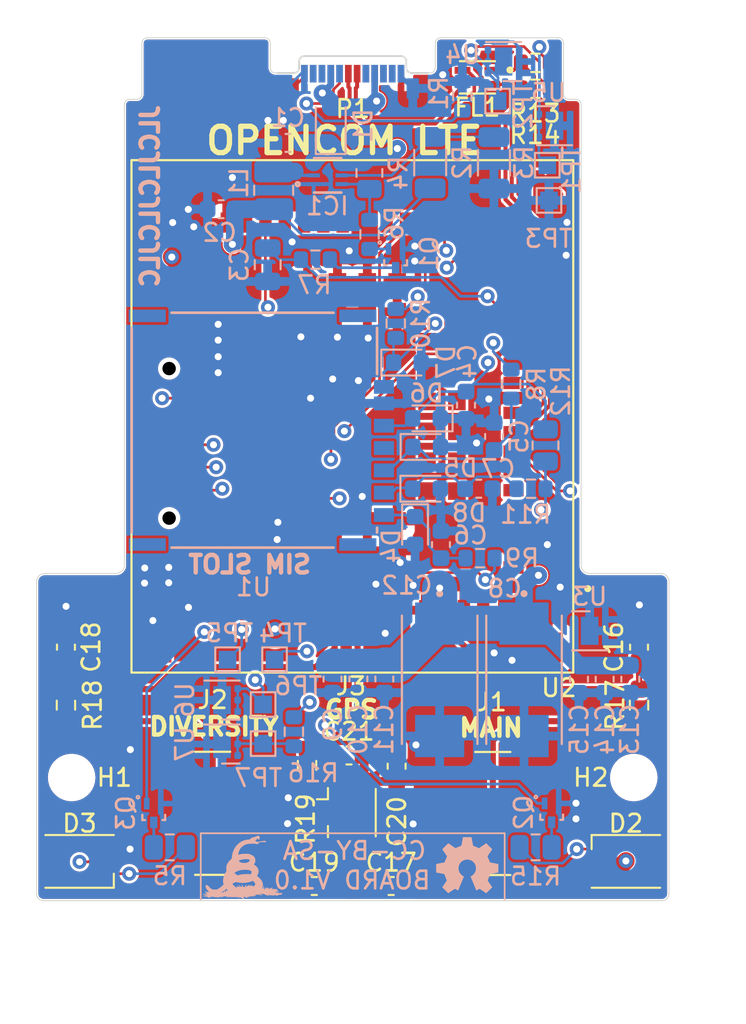
<source format=kicad_pcb>
(kicad_pcb (version 20221018) (generator pcbnew)

  (general
    (thickness 1.6)
  )

  (paper "A4")
  (layers
    (0 "F.Cu" signal)
    (1 "In1.Cu" signal)
    (2 "In2.Cu" signal)
    (31 "B.Cu" signal)
    (32 "B.Adhes" user "B.Adhesive")
    (33 "F.Adhes" user "F.Adhesive")
    (34 "B.Paste" user)
    (35 "F.Paste" user)
    (36 "B.SilkS" user "B.Silkscreen")
    (37 "F.SilkS" user "F.Silkscreen")
    (38 "B.Mask" user)
    (39 "F.Mask" user)
    (40 "Dwgs.User" user "User.Drawings")
    (41 "Cmts.User" user "User.Comments")
    (42 "Eco1.User" user "User.Eco1")
    (43 "Eco2.User" user "User.Eco2")
    (44 "Edge.Cuts" user)
    (45 "Margin" user)
    (46 "B.CrtYd" user "B.Courtyard")
    (47 "F.CrtYd" user "F.Courtyard")
    (48 "B.Fab" user)
    (49 "F.Fab" user)
    (50 "User.1" user)
    (51 "User.2" user)
    (52 "User.3" user)
    (53 "User.4" user)
    (54 "User.5" user)
    (55 "User.6" user)
    (56 "User.7" user)
    (57 "User.8" user)
    (58 "User.9" user)
  )

  (setup
    (stackup
      (layer "F.SilkS" (type "Top Silk Screen"))
      (layer "F.Paste" (type "Top Solder Paste"))
      (layer "F.Mask" (type "Top Solder Mask") (thickness 0.01))
      (layer "F.Cu" (type "copper") (thickness 0.035))
      (layer "dielectric 1" (type "prepreg") (thickness 0.1) (material "FR4") (epsilon_r 4.5) (loss_tangent 0.02))
      (layer "In1.Cu" (type "copper") (thickness 0.035))
      (layer "dielectric 2" (type "core") (thickness 1.24) (material "FR4") (epsilon_r 4.5) (loss_tangent 0.02))
      (layer "In2.Cu" (type "copper") (thickness 0.035))
      (layer "dielectric 3" (type "prepreg") (thickness 0.1) (material "FR4") (epsilon_r 4.5) (loss_tangent 0.02))
      (layer "B.Cu" (type "copper") (thickness 0.035))
      (layer "B.Mask" (type "Bottom Solder Mask") (thickness 0.01))
      (layer "B.Paste" (type "Bottom Solder Paste"))
      (layer "B.SilkS" (type "Bottom Silk Screen"))
      (copper_finish "None")
      (dielectric_constraints no)
    )
    (pad_to_mask_clearance 0)
    (pcbplotparams
      (layerselection 0x00010fc_ffffffff)
      (plot_on_all_layers_selection 0x0000000_00000000)
      (disableapertmacros false)
      (usegerberextensions false)
      (usegerberattributes true)
      (usegerberadvancedattributes true)
      (creategerberjobfile true)
      (dashed_line_dash_ratio 12.000000)
      (dashed_line_gap_ratio 3.000000)
      (svgprecision 4)
      (plotframeref false)
      (viasonmask false)
      (mode 1)
      (useauxorigin false)
      (hpglpennumber 1)
      (hpglpenspeed 20)
      (hpglpendiameter 15.000000)
      (dxfpolygonmode true)
      (dxfimperialunits true)
      (dxfusepcbnewfont true)
      (psnegative false)
      (psa4output false)
      (plotreference true)
      (plotvalue true)
      (plotinvisibletext false)
      (sketchpadsonfab false)
      (subtractmaskfromsilk false)
      (outputformat 1)
      (mirror false)
      (drillshape 1)
      (scaleselection 1)
      (outputdirectory "")
    )
  )

  (net 0 "")
  (net 1 "VBUS")
  (net 2 "GND")
  (net 3 "+3V8")
  (net 4 "/POWER_GOOD")
  (net 5 "/USIM_PRESENCE")
  (net 6 "/ANT_MAIN")
  (net 7 "/ANT_DIV")
  (net 8 "/ANT_GNSS")
  (net 9 "Net-(J3-In)")
  (net 10 "Net-(D1-A)")
  (net 11 "Net-(D2-K)")
  (net 12 "Net-(D3-K)")
  (net 13 "/USB_D+")
  (net 14 "/USB_D-")
  (net 15 "Net-(IC1-SW)")
  (net 16 "Net-(IC1-FB)")
  (net 17 "Net-(IC1-PG)")
  (net 18 "Net-(P1-CC)")
  (net 19 "unconnected-(P1-VCONN-PadB5)")
  (net 20 "Net-(Q1-B)")
  (net 21 "Net-(Q1-C)")
  (net 22 "/NETLIGHT")
  (net 23 "Net-(Q2-C)")
  (net 24 "/STATUS")
  (net 25 "Net-(Q3-C)")
  (net 26 "/USIM_RST")
  (net 27 "/USIM_CLK")
  (net 28 "/VDD_EXT")
  (net 29 "/USIM_DATA")
  (net 30 "Net-(R13-Pad1)")
  (net 31 "Net-(R14-Pad1)")
  (net 32 "Net-(R16-Pad2)")
  (net 33 "Net-(U2-DBG_TXD)")
  (net 34 "Net-(U2-DBG_RXD)")
  (net 35 "Net-(U2-USB_BOOT)")
  (net 36 "unconnected-(U1-VPP-PadC6)")
  (net 37 "unconnected-(U2-RESET_N-Pad17)")
  (net 38 "unconnected-(U2-PCM_DOUT-Pad7)")
  (net 39 "unconnected-(U2-PCM_DIN-Pad6)")
  (net 40 "unconnected-(U2-PCM_SYNC-Pad5)")
  (net 41 "unconnected-(U2-PCM_CLK-Pad4)")
  (net 42 "unconnected-(U2-RI-Pad39)")
  (net 43 "unconnected-(U2-DCD-Pad38)")
  (net 44 "unconnected-(U2-RTS-Pad37)")
  (net 45 "unconnected-(U2-CTS-Pad36)")
  (net 46 "unconnected-(U2-TXD-Pad35)")
  (net 47 "unconnected-(U2-RXD-Pad34)")
  (net 48 "unconnected-(U2-I2C_SCL-Pad40)")
  (net 49 "unconnected-(U2-I2C_SDA-Pad41)")
  (net 50 "unconnected-(U2-ADC0-Pad24)")
  (net 51 "unconnected-(U2-AP_READY-Pad19)")
  (net 52 "unconnected-(U2-DTR-Pad30)")
  (net 53 "unconnected-(U2-SPI_MISO-Pad28)")
  (net 54 "unconnected-(U2-SPI_MOSI-Pad27)")
  (net 55 "unconnected-(U2-SPI_CLK-Pad26)")
  (net 56 "unconnected-(U2-USIM2_RST-Pad85)")
  (net 57 "unconnected-(U2-USIM2_CLK-Pad84)")
  (net 58 "unconnected-(U2-USIM2_PRESENCE-Pad83)")
  (net 59 "unconnected-(U2-USIM2_DATA-Pad86)")
  (net 60 "unconnected-(U2-USIM2_VDD-Pad87)")
  (net 61 "/USIM_VDD")
  (net 62 "Net-(U1-RST)")
  (net 63 "Net-(U1-CLK)")
  (net 64 "Net-(U1-I{slash}O)")
  (net 65 "Net-(C17-Pad1)")
  (net 66 "Net-(C19-Pad1)")
  (net 67 "/USBC_D+")
  (net 68 "/USBC_D-")

  (footprint "CONSMA002-SMD:LINX_CONSMA002-SMD" (layer "F.Cu") (at 151.725 141.275))

  (footprint "Resistor_SMD:R_0603_1608Metric" (layer "F.Cu") (at 154.15 98.575 180))

  (footprint "Resistor_SMD:R_0603_1608Metric_Pad0.98x0.95mm_HandSolder" (layer "F.Cu") (at 160.05 135.1125 -90))

  (footprint "LED_SMD:LED_Cree-PLCC4_3.2x2.8mm_CCW" (layer "F.Cu") (at 128.2 144 180))

  (footprint "Capacitor_SMD:C_0603_1608Metric_Pad1.08x0.95mm_HandSolder" (layer "F.Cu") (at 146.25 138.5875 -90))

  (footprint "Resistor_SMD:R_0603_1608Metric_Pad0.98x0.95mm_HandSolder" (layer "F.Cu") (at 141.15 138.5375 -90))

  (footprint "Connector_USB:USB_C_Plug_Molex_105444" (layer "F.Cu") (at 143.75 99.15))

  (footprint "MountingHole:MountingHole_2.2mm_M2" (layer "F.Cu") (at 159.75 139.23))

  (footprint "LED_SMD:LED_Cree-PLCC4_3.2x2.8mm_CCW" (layer "F.Cu") (at 159.3 144))

  (footprint "CONSMA002-SMD:LINX_CONSMA002-SMD" (layer "F.Cu") (at 135.775 141.265))

  (footprint "Capacitor_SMD:C_0603_1608Metric_Pad1.08x0.95mm_HandSolder" (layer "F.Cu") (at 160.05 131.8125 90))

  (footprint "Capacitor_SMD:C_0603_1608Metric_Pad1.08x0.95mm_HandSolder" (layer "F.Cu") (at 141.5625 145.4))

  (footprint "Capacitor_SMD:C_0603_1608Metric_Pad1.08x0.95mm_HandSolder" (layer "F.Cu") (at 127.425 131.8125 90))

  (footprint "Capacitor_SMD:C_0603_1608Metric_Pad1.08x0.95mm_HandSolder" (layer "F.Cu") (at 145.9375 145.4 180))

  (footprint "Capacitor_SMD:C_0603_1608Metric_Pad1.08x0.95mm_HandSolder" (layer "F.Cu") (at 143.5375 137.975))

  (footprint "Resistor_SMD:R_0603_1608Metric_Pad0.98x0.95mm_HandSolder" (layer "F.Cu") (at 127.425 135.1125 -90))

  (footprint "MountingHole:MountingHole_2.2mm_M2" (layer "F.Cu") (at 127.75 139.23))

  (footprint "Resistor_SMD:R_0603_1608Metric" (layer "F.Cu") (at 154.15 100.05 180))

  (footprint "DLW21SN900SQ2L:FIL_DLW21SN900SQ2L" (layer "F.Cu") (at 150.85 99.4 180))

  (footprint "EG95:XCVR_EG95" (layer "F.Cu")
    (tstamp f851ed5b-4e23-405b-b1aa-e8d65dde7576)
    (at 143.73 118.685 180)
    (property "MANUFACTURER" "Quectel")
    (property "MAXIMUM_PACKAGE_HEIGHT" "2.5mm")
    (property "PARTREV" "1.5")
    (property "STANDARD" "Manufacturer Recommendations")
    (property "Sheetfile" "Roamer.kicad_sch")
    (property "Sheetname" "")
    (path "/e6a6b14f-fc94-4e9b-b34c-71e0e50cdc39")
    (attr smd)
    (fp_text reference "U2" (at -11.76 -15.445) (layer "F.SilkS")
        (effects (font (size 1 1) (thickness 0.153)))
      (tstamp 1d464947-5842-4187-a9bd-c30a4e55b624)
    )
    (fp_text value "EG95" (at -12.635 15.715) (layer "F.Fab")
        (effects (font (size 1 1) (thickness 0.15)))
      (tstamp 7b80973e-b338-4301-a0a8-35a68cefc798)
    )
    (fp_circle (center -5.95 -4.25) (end -5.478 -4.25)
      (stroke (width 0) (type solid)) (fill solid) (layer "F.Paste") (tstamp 67d3b74d-81a9-43e5-82a0-a58ecb94a205))
    (fp_circle (center -5.95 -2.55) (end -5.478 -2.55)
      (stroke (width 0) (type solid)) (fill solid) (layer "F.Paste") (tstamp 12d7749c-79c9-41a7-b0f5-19f3bfe17632))
    (fp_circle (center -5.95 -0.85) (end -5.478 -0.85)
      (stroke (width 0) (type solid)) (fill solid) (layer "F.Paste") (tstamp 4e384b70-bee1-4f3c-923a-35ca47ab2658))
    (fp_circle (center -5.95 0.85) (end -5.478 0.85)
      (stroke (width 0) (type solid)) (fill solid) (layer "F.Paste") (tstamp 6d05fc8f-1146-4558-87f4-124d02db3765))
    (fp_circle (center -5.95 2.55) (end -5.478 2.55)
      (stroke (width 0) (type solid)) (fill solid) (layer "F.Paste") (tstamp 357ed333-a131-4460-9f03-f99d16791163))
    (fp_circle (center -5.95 4.25) (end -5.478 4.25)
      (stroke (width 0) (type solid)) (fill solid) (layer "F.Paste") (tstamp 63f94867-3c9e-4667-930a-fee0f1e2ebe2))
    (fp_circle (center -4.25 -4.25) (end -3.778 -4.25)
      (stroke (width 0) (type solid)) (fill solid) (layer "F.Paste") (tstamp 13cc66c6-7510-4e83-a694-d08949b734e5))
    (fp_circle (center -4.25 -2.55) (end -3.778 -2.55)
      (stroke (width 0) (type solid)) (fill solid) (layer "F.Paste") (tstamp 8c7a9cf3-ddbd-4b7c-bebc-49031a5e6d73))
    (fp_circle (center -4.25 -0.85) (end -3.778 -0.85)
      (stroke (width 0) (type solid)) (fill solid) (layer "F.Paste") (tstamp 3d9d3b4e-af9b-4dbc-9336-c29b3746faba))
    (fp_circle (center -4.25 0.85) (end -3.778 0.85)
      (stroke (width 0) (type solid)) (fill solid) (layer "F.Paste") (tstamp 690ddcd6-4d8e-42c0-ad75-ff9db3797b01))
    (fp_circle (center -4.25 2.55) (end -3.778 2.55)
      (stroke (width 0) (type solid)) (fill solid) (layer "F.Paste") (tstamp 75b36f97-51b2-4f40-b557-750c42c33062))
    (fp_circle (center -4.25 4.25) (end -3.778 4.25)
      (stroke (width 0) (type solid)) (fill solid) (layer "F.Paste") (tstamp 4e758d36-1513-487c-9267-fc087fa18d60))
    (fp_circle (center -2.55 -7.65) (end -2.078 -7.65)
      (stroke (width 0) (type solid)) (fill solid) (layer "F.Paste") (tstamp 3633692c-49f1-42ca-94b0-b891b5a33b8a))
    (fp_circle (center -2.55 -5.95) (end -2.078 -5.95)
      (stroke (width 0) (type solid)) (fill solid) (layer "F.Paste") (tstamp daf7962a-2a44-472f-b9c9-8c84ea1849f8))
    (fp_circle (center -2.55 5.95) (end -2.078 5.95)
      (stroke (width 0) (type solid)) (fill solid) (layer "F.Paste") (tstamp 32fabbac-dc5d-4778-92ac-b5c62bce09fe))
    (fp_circle (center -2.55 7.65) (end -2.078 7.65)
      (stroke (width 0) (type solid)) (fill solid) (layer "F.Paste") (tstamp b9df1aa6-a689-4293-8753-7c59f8230178))
    (fp_circle (center -0.85 -7.65) (end -0.378 -7.65)
      (stroke (width 0) (type solid)) (fill solid) (layer "F.Paste") (tstamp 4d0be172-5136-470d-b73a-7a8cb51ed73c))
    (fp_circle (center -0.85 -5.95) (end -0.378 -5.95)
      (stroke (width 0) (type solid)) (fill solid) (layer "F.Paste") (tstamp e9ad7bc7-db7f-41e8-8090-37c9b439c87a))
    (fp_circle (center -0.85 5.95) (end -0.378 5.95)
      (stroke (width 0) (type solid)) (fill solid) (layer "F.Paste") (tstamp 4a30cd4e-e496-41e4-82a6-3686d3ecb188))
    (fp_circle (center -0.85 7.65) (end -0.378 7.65)
      (stroke (width 0) (type solid)) (fill solid) (layer "F.Paste") (tstamp 55b8e7ce-c026-444a-87d3-c25fb53b51c9))
    (fp_circle (center 0.85 -7.65) (end 1.322 -7.65)
      (stroke (width 0) (type solid)) (fill solid) (layer "F.Paste") (tstamp 32b20396-c9b0-4873-b9ba-fa2c66fc98d1))
    (fp_circle (center 0.85 -5.95) (end 1.322 -5.95)
      (stroke (width 0) (type solid)) (fill solid) (layer "F.Paste") (tstamp e03b0b90-06f2-4e0d-a234-628bf843efeb))
    (fp_circle (center 0.85 5.95) (end 1.322 5.95)
      (stroke (width 0) (type solid)) (fill solid) (layer "F.Paste") (tstamp 117ba3fd-2c95-455c-a1fb-79870f2b7c3e))
    (fp_circle (center 0.85 7.65) (end 1.322 7.65)
      (stroke (width 0) (type solid)) (fill solid) (layer "F.Paste") (tstamp 9cebe8bb-5944-4532-84f3-4db69cb5a267))
    (fp_circle (center 2.55 -7.65) (end 3.022 -7.65)
      (stroke (width 0) (type solid)) (fill solid) (layer "F.Paste") (tstamp 4591d32e-0bfd-40f2-a436-d8c4a8df7b9c))
    (fp_circle (center 2.55 -5.95) (end 3.022 -5.95)
      (stroke (width 0) (type solid)) (fill solid) (layer "F.Paste") (tstamp 27feb6eb-48a0-44e1-945e-be4be8aa40cb))
    (fp_circle (center 2.55 5.95) (end 3.022 5.95)
      (stroke (width 0) (type solid)) (fill solid) (layer "F.Paste") (tstamp d0d20436-b778-4fa3-9675-56b791c3d56f))
    (fp_circle (center 2.55 7.65) (end 3.022 7.65)
      (stroke (width 0) (type solid)) (fill solid) (layer "F.Paste") (tstamp defa867d-6b76-49c8-bb58-cf6b459a29a2))
    (fp_circle (center 4.25 -4.25) (end 4.722 -4.25)
      (stroke (width 0) (type solid)) (fill solid) (layer "F.Paste") (tstamp 025de2ef-81a6-402c-bdfe-0f3340f36076))
    (fp_circle (center 4.25 -2.55) (end 4.722 -2.55)
      (stroke (width 0) (type solid)) (fill solid) (layer "F.Paste") (tstamp 920f3030-f3a9-49d9-98b1-ba1e7a6cde5b))
    (fp_circle (center 4.25 -0.85) (end 4.722 -0.85)
      (stroke (width 0) (type solid)) (fill solid) (layer "F.Paste") (tstamp cf2d715c-b57e-4e29-b1b7-62efa84a9561))
    (fp_circle (center 4.25 0.85) (end 4.722 0.85)
      (stroke (width 0) (type solid)) (fill solid) (layer "F.Paste") (tstamp ca71414b-1dcf-458c-9ec7-99f7644ea8d3))
    (fp_circle (center 4.25 2.55) (end 4.722 2.55)
      (stroke (width 0) (type solid)) (fill solid) (layer "F.Paste") (tstamp c74df507-238b-4f61-b908-673a0ad914c0))
    (fp_circle (center 4.25 4.25) (end 4.722 4.25)
      (stroke (width 0) (type solid)) (fill solid) (layer "F.Paste") (tstamp 89941a95-52f2-4f01-b5ae-ea2ee97dc086))
    (fp_circle (center 5.95 -4.25) (end 6.422 -4.25)
      (stroke (width 0) (type solid)) (fill solid) (layer "F.Paste") (tstamp 464d7fed-1c31-488c-ad54-5f06dec5a552))
    (fp_circle (center 5.95 -2.55) (end 6.422 -2.55)
      (stroke (width 0) (type solid)) (fill solid) (layer "F.Paste") (tstamp 7989918b-1f57-4399-89ef-f58e0c36eb2c))
    (fp_circle (center 5.95 -0.85) (end 6.422 -0.85)
      (stroke (width 0) (type solid)) (fill solid) (layer "F.Paste") (tstamp 338601a2-47bf-49f9-ba85-32e5a710140d))
    (fp_circle (center 5.95 0.85) (end 6.422 0.85)
      (stroke (width 0) (type solid)) (fill solid) (layer "F.Paste") (tstamp 12da4203-b063-4a2b-968e-3657dc112560))
    (fp_circle (center 5.95 2.55) (end 6.422 2.55)
      (stroke (width 0) (type solid)) (fill solid) (layer "F.Paste") (tstamp 7f6528a6-3a92-4aca-ba64-fc076fca4400))
    (fp_circle (center 5.95 4.25) (end 6.422 4.25)
      (stroke (width 0) (type solid)) (fill solid) (layer "F.Paste") (tstamp faf3a879-e27f-4ff1-b81f-1530938d56fc))
    (fp_poly
      (pts
        (xy -11.66 -13.66)
        (xy -10.64 -13.66)
        (xy -10.64 -12.64)
        (xy -11.66 -12.64)
      )

      (stroke (width 0.01) (type solid)) (fill solid) (layer "F.Paste") (tstamp a4cf9f7c-fc80-4a6e-8aed-8618a06b9c70))
    (fp_poly
      (pts
        (xy -10.54 13.56)
        (xy -10.78 13.56)
        (xy -11.56 12.78)
        (xy -11.56 12.54)
        (xy -10.54 12.54)
      )

      (stroke (width 0.0001) (type solid)) (fill solid) (layer "F.Paste") (tstamp 36e8bdf4-fab0-480a-ae07-fd85752c3d27))
    (fp_poly
      (pts
        (xy -10.54 13.56)
        (xy -10.78 13.56)
        (xy -11.56 12.78)
        (xy -11.56 12.54)
        (xy -10.54 12.54)
      )

      (stroke (width 0.0001) (type solid)) (fill solid) (layer "F.Paste") (tstamp fb33d6b7-c026-42c4-b8ab-e0e13b2d656e))
    (fp_poly
      (pts
        (xy 10.54 -13.56)
        (xy 10.78 -13.56)
        (xy 11.56 -12.78)
        (xy 11.56 -12.54)
        (xy 10.54 -12.54)
      )

      (stroke (width 0.0001) (type solid)) (fill solid) (layer "F.Paste") (tstamp 74c62a22-a856-4ac7-bb7a-1febdc12e728))
    (fp_poly
      (pts
        (xy 10.54 13.56)
        (xy 10.78 13.56)
        (xy 11.56 12.78)
        (xy 11.56 12.54)
        (xy 10.54 12.54)
      )

      (stroke (width 0.0001) (type solid)) (fill solid) (layer "F.Paste") (tstamp c4360858-c8a5-42dc-836e-f31e91c33908))
    (fp_poly
      (pts
        (xy -9.525 -9.98)
        (xy -8.825 -9.98)
        (xy -8.819 -9.98)
        (xy -8.814 -9.979)
        (xy -8.808 -9.979)
        (xy -8.802 -9.978)
        (xy -8.797 -9.976)
        (xy -8.791 -9.975)
        (xy -8.786 -9.973)
        (xy -8.78 -9.97)
        (xy -8.775 -9.968)
        (xy -8.77 -9.965)
        (xy -8.765 -9.962)
        (xy -8.76 -9.959)
        (xy -8.756 -9.955)
        (xy -8.751 -9.952)
        (xy -8.747 -9.948)
        (xy -8.743 -9.944)
        (xy -8.74 -9.939)
        (xy -8.736 -9.935)
        (xy -8.733 -9.93)
        (xy -8.73 -9.925)
        (xy -8.727 -9.92)
        (xy -8.725 -9.915)
        (xy -8.722 -9.909)
        (xy -8.72 -9.904)
        (xy -8.719 -9.898)
        (xy -8.717 -9.893)
        (xy -8.716 -9.887)
        (xy -8.716 -9.881)
        (xy -8.715 -9.876)
        (xy -8.715 -9.87)
        (xy -8.715 -9.53)
        (xy -8.715 -9.524)
        (xy -8.716 -9.519)
        (xy -8.716 -9.513)
        (xy -8.717 -9.507)
        (xy -8.719 -9.502)
        (xy -8.72 -9.496)
        (xy -8.722 -9.491)
        (xy -8.725 -9.485)
        (xy -8.727 -9.48)
        (xy -8.73 -9.475)
        (xy -8.733 -9.47)
        (xy -8.736 -9.465)
        (xy -8.74 -9.461)
        (xy -8.743 -9.456)
        (xy -8.747 -9.452)
        (xy -8.751 -9.448)
        (xy -8.756 -9.445)
        (xy -8.76 -9.441)
        (xy -8.765 -9.438)
        (xy -8.77 -9.435)
        (xy -8.775 -9.432)
        (xy -8.78 -9.43)
        (xy -8.786 -9.427)
        (xy -8.791 -9.425)
        (xy -8.797 -9.424)
        (xy -8.802 -9.422)
        (xy -8.808 -9.421)
        (xy -8.814 -9.421)
        (xy -8.819 -9.42)
        (xy -8.825 -9.42)
        (xy -9.525 -9.42)
        (xy -9.531 -9.42)
        (xy -9.536 -9.421)
        (xy -9.542 -9.421)
        (xy -9.548 -9.422)
        (xy -9.553 -9.424)
        (xy -9.559 -9.425)
        (xy -9.564 -9.427)
        (xy -9.57 -9.43)
        (xy -9.575 -9.432)
        (xy -9.58 -9.435)
        (xy -9.585 -9.438)
        (xy -9.59 -9.441)
        (xy -9.594 -9.445)
        (xy -9.599 -9.448)
        (xy -9.603 -9.452)
        (xy -9.607 -9.456)
        (xy -9.61 -9.461)
        (xy -9.614 -9.465)
        (xy -9.617 -9.47)
        (xy -9.62 -9.475)
        (xy -9.623 -9.48)
        (xy -9.625 -9.485)
        (xy -9.628 -9.491)
        (xy -9.63 -9.496)
        (xy -9.631 -9.502)
        (xy -9.633 -9.507)
        (xy -9.634 -9.513)
        (xy -9.634 -9.519)
        (xy -9.635 -9.524)
        (xy -9.635 -9.53)
        (xy -9.635 -9.87)
        (xy -9.635 -9.876)
        (xy -9.634 -9.881)
        (xy -9.634 -9.887)
        (xy -9.633 -9.893)
        (xy -9.631 -9.898)
        (xy -9.63 -9.904)
        (xy -9.628 -9.909)
        (xy -9.625 -9.915)
        (xy -9.623 -9.92)
        (xy -9.62 -9.925)
        (xy -9.617 -9.93)
        (xy -9.614 -9.935)
        (xy -9.61 -9.939)
        (xy -9.607 -9.944)
        (xy -9.603 -9.948)
        (xy -9.599 -9.952)
        (xy -9.594 -9.955)
        (xy -9.59 -9.959)
        (xy -9.585 -9.962)
        (xy -9.58 -9.965)
        (xy -9.575 -9.968)
        (xy -9.57 -9.97)
        (xy -9.564 -9.973)
        (xy -9.559 -9.975)
        (xy -9.553 -9.976)
        (xy -9.548 -9.978)
        (xy -9.542 -9.979)
        (xy -9.536 -9.979)
        (xy -9.531 -9.98)
        (xy -9.525 -9.98)
      )

      (stroke (width 0.0001) (type solid)) (fill solid) (layer "F.Paste") (tstamp 381fb920-c57b-4d2c-bff1-181bec3e7f23))
    (fp_poly
      (pts
        (xy -9.525 -8.88)
        (xy -8.825 -8.88)
        (xy -8.819 -8.88)
        (xy -8.814 -8.879)
        (xy -8.808 -8.879)
        (xy -8.802 -8.878)
        (xy -8.797 -8.876)
        (xy -8.791 -8.875)
        (xy -8.786 -8.873)
        (xy -8.78 -8.87)
        (xy -8.775 -8.868)
        (xy -8.77 -8.865)
        (xy -8.765 -8.862)
        (xy -8.76 -8.859)
        (xy -8.756 -8.855)
        (xy -8.751 -8.852)
        (xy -8.747 -8.848)
        (xy -8.743 -8.844)
        (xy -8.74 -8.839)
        (xy -8.736 -8.835)
        (xy -8.733 -8.83)
        (xy -8.73 -8.825)
        (xy -8.727 -8.82)
        (xy -8.725 -8.815)
        (xy -8.722 -8.809)
        (xy -8.72 -8.804)
        (xy -8.719 -8.798)
        (xy -8.717 -8.793)
        (xy -8.716 -8.787)
        (xy -8.716 -8.781)
        (xy -8.715 -8.776)
        (xy -8.715 -8.77)
        (xy -8.715 -8.43)
        (xy -8.715 -8.424)
        (xy -8.716 -8.419)
        (xy -8.716 -8.413)
        (xy -8.717 -8.407)
        (xy -8.719 -8.402)
        (xy -8.72 -8.396)
        (xy -8.722 -8.391)
        (xy -8.725 -8.385)
        (xy -8.727 -8.38)
        (xy -8.73 -8.375)
        (xy -8.733 -8.37)
        (xy -8.736 -8.365)
        (xy -8.74 -8.361)
        (xy -8.743 -8.356)
        (xy -8.747 -8.352)
        (xy -8.751 -8.348)
        (xy -8.756 -8.345)
        (xy -8.76 -8.341)
        (xy -8.765 -8.338)
        (xy -8.77 -8.335)
        (xy -8.775 -8.332)
        (xy -8.78 -8.33)
        (xy -8.786 -8.327)
        (xy -8.791 -8.325)
        (xy -8.797 -8.324)
        (xy -8.802 -8.322)
        (xy -8.808 -8.321)
        (xy -8.814 -8.321)
        (xy -8.819 -8.32)
        (xy -8.825 -8.32)
        (xy -9.525 -8.32)
        (xy -9.531 -8.32)
        (xy -9.536 -8.321)
        (xy -9.542 -8.321)
        (xy -9.548 -8.322)
        (xy -9.553 -8.324)
        (xy -9.559 -8.325)
        (xy -9.564 -8.327)
        (xy -9.57 -8.33)
        (xy -9.575 -8.332)
        (xy -9.58 -8.335)
        (xy -9.585 -8.338)
        (xy -9.59 -8.341)
        (xy -9.594 -8.345)
        (xy -9.599 -8.348)
        (xy -9.603 -8.352)
        (xy -9.607 -8.356)
        (xy -9.61 -8.361)
        (xy -9.614 -8.365)
        (xy -9.617 -8.37)
        (xy -9.62 -8.375)
        (xy -9.623 -8.38)
        (xy -9.625 -8.385)
        (xy -9.628 -8.391)
        (xy -9.63 -8.396)
        (xy -9.631 -8.402)
        (xy -9.633 -8.407)
        (xy -9.634 -8.413)
        (xy -9.634 -8.419)
        (xy -9.635 -8.424)
        (xy -9.635 -8.43)
        (xy -9.635 -8.77)
        (xy -9.635 -8.776)
        (xy -9.634 -8.781)
        (xy -9.634 -8.787)
        (xy -9.633 -8.793)
        (xy -9.631 -8.798)
        (xy -9.63 -8.804)
        (xy -9.628 -8.809)
        (xy -9.625 -8.815)
        (xy -9.623 -8.82)
        (xy -9.62 -8.825)
        (xy -9.617 -8.83)
        (xy -9.614 -8.835)
        (xy -9.61 -8.839)
        (xy -9.607 -8.844)
        (xy -9.603 -8.848)
        (xy -9.599 -8.852)
        (xy -9.594 -8.855)
        (xy -9.59 -8.859)
        (xy -9.585 -8.862)
        (xy -9.58 -8.865)
        (xy -9.575 -8.868)
        (xy -9.57 -8.87)
        (xy -9.564 -8.873)
        (xy -9.559 -8.875)
        (xy -9.553 -8.876)
        (xy -9.548 -8.878)
        (xy -9.542 -8.879)
        (xy -9.536 -8.879)
        (xy -9.531 -8.88)
        (xy -9.525 -8.88)
      )

      (stroke (width 0.0001) (type solid)) (fill solid) (layer "F.Paste") (tstamp 15a79106-df97-4493-8a49-601ca5566463))
    (fp_poly
      (pts
        (xy -9.525 -7.78)
        (xy -8.825 -7.78)
        (xy -8.819 -7.78)
        (xy -8.814 -7.779)
        (xy -8.808 -7.779)
        (xy -8.802 -7.778)
        (xy -8.797 -7.776)
        (xy -8.791 -7.775)
        (xy -8.786 -7.773)
        (xy -8.78 -7.77)
        (xy -8.775 -7.768)
        (xy -8.77 -7.765)
        (xy -8.765 -7.762)
        (xy -8.76 -7.759)
        (xy -8.756 -7.755)
        (xy -8.751 -7.752)
        (xy -8.747 -7.748)
        (xy -8.743 -7.744)
        (xy -8.74 -7.739)
        (xy -8.736 -7.735)
        (xy -8.733 -7.73)
        (xy -8.73 -7.725)
        (xy -8.727 -7.72)
        (xy -8.725 -7.715)
        (xy -8.722 -7.709)
        (xy -8.72 -7.704)
        (xy -8.719 -7.698)
        (xy -8.717 -7.693)
        (xy -8.716 -7.687)
        (xy -8.716 -7.681)
        (xy -8.715 -7.676)
        (xy -8.715 -7.67)
        (xy -8.715 -7.33)
        (xy -8.715 -7.324)
        (xy -8.716 -7.319)
        (xy -8.716 -7.313)
        (xy -8.717 -7.307)
        (xy -8.719 -7.302)
        (xy -8.72 -7.296)
        (xy -8.722 -7.291)
        (xy -8.725 -7.285)
        (xy -8.727 -7.28)
        (xy -8.73 -7.275)
        (xy -8.733 -7.27)
        (xy -8.736 -7.265)
        (xy -8.74 -7.261)
        (xy -8.743 -7.256)
        (xy -8.747 -7.252)
        (xy -8.751 -7.248)
        (xy -8.756 -7.245)
        (xy -8.76 -7.241)
        (xy -8.765 -7.238)
        (xy -8.77 -7.235)
        (xy -8.775 -7.232)
        (xy -8.78 -7.23)
        (xy -8.786 -7.227)
        (xy -8.791 -7.225)
        (xy -8.797 -7.224)
        (xy -8.802 -7.222)
        (xy -8.808 -7.221)
        (xy -8.814 -7.221)
        (xy -8.819 -7.22)
        (xy -8.825 -7.22)
        (xy -9.525 -7.22)
        (xy -9.531 -7.22)
        (xy -9.536 -7.221)
        (xy -9.542 -7.221)
        (xy -9.548 -7.222)
        (xy -9.553 -7.224)
        (xy -9.559 -7.225)
        (xy -9.564 -7.227)
        (xy -9.57 -7.23)
        (xy -9.575 -7.232)
        (xy -9.58 -7.235)
        (xy -9.585 -7.238)
        (xy -9.59 -7.241)
        (xy -9.594 -7.245)
        (xy -9.599 -7.248)
        (xy -9.603 -7.252)
        (xy -9.607 -7.256)
        (xy -9.61 -7.261)
        (xy -9.614 -7.265)
        (xy -9.617 -7.27)
        (xy -9.62 -7.275)
        (xy -9.623 -7.28)
        (xy -9.625 -7.285)
        (xy -9.628 -7.291)
        (xy -9.63 -7.296)
        (xy -9.631 -7.302)
        (xy -9.633 -7.307)
        (xy -9.634 -7.313)
        (xy -9.634 -7.319)
        (xy -9.635 -7.324)
        (xy -9.635 -7.33)
        (xy -9.635 -7.67)
        (xy -9.635 -7.676)
        (xy -9.634 -7.681)
        (xy -9.634 -7.687)
        (xy -9.633 -7.693)
        (xy -9.631 -7.698)
        (xy -9.63 -7.704)
        (xy -9.628 -7.709)
        (xy -9.625 -7.715)
        (xy -9.623 -7.72)
        (xy -9.62 -7.725)
        (xy -9.617 -7.73)
        (xy -9.614 -7.735)
        (xy -9.61 -7.739)
        (xy -9.607 -7.744)
        (xy -9.603 -7.748)
        (xy -9.599 -7.752)
        (xy -9.594 -7.755)
        (xy -9.59 -7.759)
        (xy -9.585 -7.762)
        (xy -9.58 -7.765)
        (xy -9.575 -7.768)
        (xy -9.57 -7.77)
        (xy -9.564 -7.773)
        (xy -9.559 -7.775)
        (xy -9.553 -7.776)
        (xy -9.548 -7.778)
        (xy -9.542 -7.779)
        (xy -9.536 -7.779)
        (xy -9.531 -7.78)
        (xy -9.525 -7.78)
      )

      (stroke (width 0.0001) (type solid)) (fill solid) (layer "F.Paste") (tstamp 0c575af3-6ed1-46a3-bfde-38643bb7e524))
    (fp_poly
      (pts
        (xy -9.525 -6.68)
        (xy -8.825 -6.68)
        (xy -8.819 -6.68)
        (xy -8.814 -6.679)
        (xy -8.808 -6.679)
        (xy -8.802 -6.678)
        (xy -8.797 -6.676)
        (xy -8.791 -6.675)
        (xy -8.786 -6.673)
        (xy -8.78 -6.67)
        (xy -8.775 -6.668)
        (xy -8.77 -6.665)
        (xy -8.765 -6.662)
        (xy -8.76 -6.659)
        (xy -8.756 -6.655)
        (xy -8.751 -6.652)
        (xy -8.747 -6.648)
        (xy -8.743 -6.644)
        (xy -8.74 -6.639)
        (xy -8.736 -6.635)
        (xy -8.733 -6.63)
        (xy -8.73 -6.625)
        (xy -8.727 -6.62)
        (xy -8.725 -6.615)
        (xy -8.722 -6.609)
        (xy -8.72 -6.604)
        (xy -8.719 -6.598)
        (xy -8.717 -6.593)
        (xy -8.716 -6.587)
        (xy -8.716 -6.581)
        (xy -8.715 -6.576)
        (xy -8.715 -6.57)
        (xy -8.715 -6.23)
        (xy -8.715 -6.224)
        (xy -8.716 -6.219)
        (xy -8.716 -6.213)
        (xy -8.717 -6.207)
        (xy -8.719 -6.202)
        (xy -8.72 -6.196)
        (xy -8.722 -6.191)
        (xy -8.725 -6.185)
        (xy -8.727 -6.18)
        (xy -8.73 -6.175)
        (xy -8.733 -6.17)
        (xy -8.736 -6.165)
        (xy -8.74 -6.161)
        (xy -8.743 -6.156)
        (xy -8.747 -6.152)
        (xy -8.751 -6.148)
        (xy -8.756 -6.145)
        (xy -8.76 -6.141)
        (xy -8.765 -6.138)
        (xy -8.77 -6.135)
        (xy -8.775 -6.132)
        (xy -8.78 -6.13)
        (xy -8.786 -6.127)
        (xy -8.791 -6.125)
        (xy -8.797 -6.124)
        (xy -8.802 -6.122)
        (xy -8.808 -6.121)
        (xy -8.814 -6.121)
        (xy -8.819 -6.12)
        (xy -8.825 -6.12)
        (xy -9.525 -6.12)
        (xy -9.531 -6.12)
        (xy -9.536 -6.121)
        (xy -9.542 -6.121)
        (xy -9.548 -6.122)
        (xy -9.553 -6.124)
        (xy -9.559 -6.125)
        (xy -9.564 -6.127)
        (xy -9.57 -6.13)
        (xy -9.575 -6.132)
        (xy -9.58 -6.135)
        (xy -9.585 -6.138)
        (xy -9.59 -6.141)
        (xy -9.594 -6.145)
        (xy -9.599 -6.148)
        (xy -9.603 -6.152)
        (xy -9.607 -6.156)
        (xy -9.61 -6.161)
        (xy -9.614 -6.165)
        (xy -9.617 -6.17)
        (xy -9.62 -6.175)
        (xy -9.623 -6.18)
        (xy -9.625 -6.185)
        (xy -9.628 -6.191)
        (xy -9.63 -6.196)
        (xy -9.631 -6.202)
        (xy -9.633 -6.207)
        (xy -9.634 -6.213)
        (xy -9.634 -6.219)
        (xy -9.635 -6.224)
        (xy -9.635 -6.23)
        (xy -9.635 -6.57)
        (xy -9.635 -6.576)
        (xy -9.634 -6.581)
        (xy -9.634 -6.587)
        (xy -9.633 -6.593)
        (xy -9.631 -6.598)
        (xy -9.63 -6.604)
        (xy -9.628 -6.609)
        (xy -9.625 -6.615)
        (xy -9.623 -6.62)
        (xy -9.62 -6.625)
        (xy -9.617 -6.63)
        (xy -9.614 -6.635)
        (xy -9.61 -6.639)
        (xy -9.607 -6.644)
        (xy -9.603 -6.648)
        (xy -9.599 -6.652)
        (xy -9.594 -6.655)
        (xy -9.59 -6.659)
        (xy -9.585 -6.662)
        (xy -9.58 -6.665)
        (xy -9.575 -6.668)
        (xy -9.57 -6.67)
        (xy -9.564 -6.673)
        (xy -9.559 -6.675)
        (xy -9.553 -6.676)
        (xy -9.548 -6.678)
        (xy -9.542 -6.679)
        (xy -9.536 -6.679)
        (xy -9.531 -6.68)
        (xy -9.525 -6.68)
      )

      (stroke (width 0.0001) (type solid)) (fill solid) (layer "F.Paste") (tstamp 4a9d6eca-1bec-49f3-8d4a-6444aca6165c))
    (fp_poly
      (pts
        (xy -9.525 -5.58)
        (xy -8.825 -5.58)
        (xy -8.819 -5.58)
        (xy -8.814 -5.579)
        (xy -8.808 -5.579)
        (xy -8.802 -5.578)
        (xy -8.797 -5.576)
        (xy -8.791 -5.575)
        (xy -8.786 -5.573)
        (xy -8.78 -5.57)
        (xy -8.775 -5.568)
        (xy -8.77 -5.565)
        (xy -8.765 -5.562)
        (xy -8.76 -5.559)
        (xy -8.756 -5.555)
        (xy -8.751 -5.552)
        (xy -8.747 -5.548)
        (xy -8.743 -5.544)
        (xy -8.74 -5.539)
        (xy -8.736 -5.535)
        (xy -8.733 -5.53)
        (xy -8.73 -5.525)
        (xy -8.727 -5.52)
        (xy -8.725 -5.515)
        (xy -8.722 -5.509)
        (xy -8.72 -5.504)
        (xy -8.719 -5.498)
        (xy -8.717 -5.493)
        (xy -8.716 -5.487)
        (xy -8.716 -5.481)
        (xy -8.715 -5.476)
        (xy -8.715 -5.47)
        (xy -8.715 -5.13)
        (xy -8.715 -5.124)
        (xy -8.716 -5.119)
        (xy -8.716 -5.113)
        (xy -8.717 -5.107)
        (xy -8.719 -5.102)
        (xy -8.72 -5.096)
        (xy -8.722 -5.091)
        (xy -8.725 -5.085)
        (xy -8.727 -5.08)
        (xy -8.73 -5.075)
        (xy -8.733 -5.07)
        (xy -8.736 -5.065)
        (xy -8.74 -5.061)
        (xy -8.743 -5.056)
        (xy -8.747 -5.052)
        (xy -8.751 -5.048)
        (xy -8.756 -5.045)
        (xy -8.76 -5.041)
        (xy -8.765 -5.038)
        (xy -8.77 -5.035)
        (xy -8.775 -5.032)
        (xy -8.78 -5.03)
        (xy -8.786 -5.027)
        (xy -8.791 -5.025)
        (xy -8.797 -5.024)
        (xy -8.802 -5.022)
        (xy -8.808 -5.021)
        (xy -8.814 -5.021)
        (xy -8.819 -5.02)
        (xy -8.825 -5.02)
        (xy -9.525 -5.02)
        (xy -9.531 -5.02)
        (xy -9.536 -5.021)
        (xy -9.542 -5.021)
        (xy -9.548 -5.022)
        (xy -9.553 -5.024)
        (xy -9.559 -5.025)
        (xy -9.564 -5.027)
        (xy -9.57 -5.03)
        (xy -9.575 -5.032)
        (xy -9.58 -5.035)
        (xy -9.585 -5.038)
        (xy -9.59 -5.041)
        (xy -9.594 -5.045)
        (xy -9.599 -5.048)
        (xy -9.603 -5.052)
        (xy -9.607 -5.056)
        (xy -9.61 -5.061)
        (xy -9.614 -5.065)
        (xy -9.617 -5.07)
        (xy -9.62 -5.075)
        (xy -9.623 -5.08)
        (xy -9.625 -5.085)
        (xy -9.628 -5.091)
        (xy -9.63 -5.096)
        (xy -9.631 -5.102)
        (xy -9.633 -5.107)
        (xy -9.634 -5.113)
        (xy -9.634 -5.119)
        (xy -9.635 -5.124)
        (xy -9.635 -5.13)
        (xy -9.635 -5.47)
        (xy -9.635 -5.476)
        (xy -9.634 -5.481)
        (xy -9.634 -5.487)
        (xy -9.633 -5.493)
        (xy -9.631 -5.498)
        (xy -9.63 -5.504)
        (xy -9.628 -5.509)
        (xy -9.625 -5.515)
        (xy -9.623 -5.52)
        (xy -9.62 -5.525)
        (xy -9.617 -5.53)
        (xy -9.614 -5.535)
        (xy -9.61 -5.539)
        (xy -9.607 -5.544)
        (xy -9.603 -5.548)
        (xy -9.599 -5.552)
        (xy -9.594 -5.555)
        (xy -9.59 -5.559)
        (xy -9.585 -5.562)
        (xy -9.58 -5.565)
        (xy -9.575 -5.568)
        (xy -9.57 -5.57)
        (xy -9.564 -5.573)
        (xy -9.559 -5.575)
        (xy -9.553 -5.576)
        (xy -9.548 -5.578)
        (xy -9.542 -5.579)
        (xy -9.536 -5.579)
        (xy -9.531 -5.58)
        (xy -9.525 -5.58)
      )

      (stroke (width 0.0001) (type solid)) (fill solid) (layer "F.Paste") (tstamp e40f3414-f91c-4fbd-a4de-8dc5493441cf))
    (fp_poly
      (pts
        (xy -9.525 -4.48)
        (xy -8.825 -4.48)
        (xy -8.819 -4.48)
        (xy -8.814 -4.479)
        (xy -8.808 -4.479)
        (xy -8.802 -4.478)
        (xy -8.797 -4.476)
        (xy -8.791 -4.475)
        (xy -8.786 -4.473)
        (xy -8.78 -4.47)
        (xy -8.775 -4.468)
        (xy -8.77 -4.465)
        (xy -8.765 -4.462)
        (xy -8.76 -4.459)
        (xy -8.756 -4.455)
        (xy -8.751 -4.452)
        (xy -8.747 -4.448)
        (xy -8.743 -4.444)
        (xy -8.74 -4.439)
        (xy -8.736 -4.435)
        (xy -8.733 -4.43)
        (xy -8.73 -4.425)
        (xy -8.727 -4.42)
        (xy -8.725 -4.415)
        (xy -8.722 -4.409)
        (xy -8.72 -4.404)
        (xy -8.719 -4.398)
        (xy -8.717 -4.393)
        (xy -8.716 -4.387)
        (xy -8.716 -4.381)
        (xy -8.715 -4.376)
        (xy -8.715 -4.37)
        (xy -8.715 -4.03)
        (xy -8.715 -4.024)
        (xy -8.716 -4.019)
        (xy -8.716 -4.013)
        (xy -8.717 -4.007)
        (xy -8.719 -4.002)
        (xy -8.72 -3.996)
        (xy -8.722 -3.991)
        (xy -8.725 -3.985)
        (xy -8.727 -3.98)
        (xy -8.73 -3.975)
        (xy -8.733 -3.97)
        (xy -8.736 -3.965)
        (xy -8.74 -3.961)
        (xy -8.743 -3.956)
        (xy -8.747 -3.952)
        (xy -8.751 -3.948)
        (xy -8.756 -3.945)
        (xy -8.76 -3.941)
        (xy -8.765 -3.938)
        (xy -8.77 -3.935)
        (xy -8.775 -3.932)
        (xy -8.78 -3.93)
        (xy -8.786 -3.927)
        (xy -8.791 -3.925)
        (xy -8.797 -3.924)
        (xy -8.802 -3.922)
        (xy -8.808 -3.921)
        (xy -8.814 -3.921)
        (xy -8.819 -3.92)
        (xy -8.825 -3.92)
        (xy -9.525 -3.92)
        (xy -9.531 -3.92)
        (xy -9.536 -3.921)
        (xy -9.542 -3.921)
        (xy -9.548 -3.922)
        (xy -9.553 -3.924)
        (xy -9.559 -3.925)
        (xy -9.564 -3.927)
        (xy -9.57 -3.93)
        (xy -9.575 -3.932)
        (xy -9.58 -3.935)
        (xy -9.585 -3.938)
        (xy -9.59 -3.941)
        (xy -9.594 -3.945)
        (xy -9.599 -3.948)
        (xy -9.603 -3.952)
        (xy -9.607 -3.956)
        (xy -9.61 -3.961)
        (xy -9.614 -3.965)
        (xy -9.617 -3.97)
        (xy -9.62 -3.975)
        (xy -9.623 -3.98)
        (xy -9.625 -3.985)
        (xy -9.628 -3.991)
        (xy -9.63 -3.996)
        (xy -9.631 -4.002)
        (xy -9.633 -4.007)
        (xy -9.634 -4.013)
        (xy -9.634 -4.019)
        (xy -9.635 -4.024)
        (xy -9.635 -4.03)
        (xy -9.635 -4.37)
        (xy -9.635 -4.376)
        (xy -9.634 -4.381)
        (xy -9.634 -4.387)
        (xy -9.633 -4.393)
        (xy -9.631 -4.398)
        (xy -9.63 -4.404)
        (xy -9.628 -4.409)
        (xy -9.625 -4.415)
        (xy -9.623 -4.42)
        (xy -9.62 -4.425)
        (xy -9.617 -4.43)
        (xy -9.614 -4.435)
        (xy -9.61 -4.439)
        (xy -9.607 -4.444)
        (xy -9.603 -4.448)
        (xy -9.599 -4.452)
        (xy -9.594 -4.455)
        (xy -9.59 -4.459)
        (xy -9.585 -4.462)
        (xy -9.58 -4.465)
        (xy -9.575 -4.468)
        (xy -9.57 -4.47)
        (xy -9.564 -4.473)
        (xy -9.559 -4.475)
        (xy -9.553 -4.476)
        (xy -9.548 -4.478)
        (xy -9.542 -4.479)
        (xy -9.536 -4.479)
        (xy -9.531 -4.48)
        (xy -9.525 -4.48)
      )

      (stroke (width 0.0001) (type solid)) (fill solid) (layer "F.Paste") (tstamp 632251aa-57d5-41fd-a286-0fe541e8b458))
    (fp_poly
      (pts
        (xy -9.525 -3.38)
        (xy -8.825 -3.38)
        (xy -8.819 -3.38)
        (xy -8.814 -3.379)
        (xy -8.808 -3.379)
        (xy -8.802 -3.378)
        (xy -8.797 -3.376)
        (xy -8.791 -3.375)
        (xy -8.786 -3.373)
        (xy -8.78 -3.37)
        (xy -8.775 -3.368)
        (xy -8.77 -3.365)
        (xy -8.765 -3.362)
        (xy -8.76 -3.359)
        (xy -8.756 -3.355)
        (xy -8.751 -3.352)
        (xy -8.747 -3.348)
        (xy -8.743 -3.344)
        (xy -8.74 -3.339)
        (xy -8.736 -3.335)
        (xy -8.733 -3.33)
        (xy -8.73 -3.325)
        (xy -8.727 -3.32)
        (xy -8.725 -3.315)
        (xy -8.722 -3.309)
        (xy -8.72 -3.304)
        (xy -8.719 -3.298)
        (xy -8.717 -3.293)
        (xy -8.716 -3.287)
        (xy -8.716 -3.281)
        (xy -8.715 -3.276)
        (xy -8.715 -3.27)
        (xy -8.715 -2.93)
        (xy -8.715 -2.924)
        (xy -8.716 -2.919)
        (xy -8.716 -2.913)
        (xy -8.717 -2.907)
        (xy -8.719 -2.902)
        (xy -8.72 -2.896)
        (xy -8.722 -2.891)
        (xy -8.725 -2.885)
        (xy -8.727 -2.88)
        (xy -8.73 -2.875)
        (xy -8.733 -2.87)
        (xy -8.736 -2.865)
        (xy -8.74 -2.861)
        (xy -8.743 -2.856)
        (xy -8.747 -2.852)
        (xy -8.751 -2.848)
        (xy -8.756 -2.845)
        (xy -8.76 -2.841)
        (xy -8.765 -2.838)
        (xy -8.77 -2.835)
        (xy -8.775 -2.832)
        (xy -8.78 -2.83)
        (xy -8.786 -2.827)
        (xy -8.791 -2.825)
        (xy -8.797 -2.824)
        (xy -8.802 -2.822)
        (xy -8.808 -2.821)
        (xy -8.814 -2.821)
        (xy -8.819 -2.82)
        (xy -8.825 -2.82)
        (xy -9.525 -2.82)
        (xy -9.531 -2.82)
        (xy -9.536 -2.821)
        (xy -9.542 -2.821)
        (xy -9.548 -2.822)
        (xy -9.553 -2.824)
        (xy -9.559 -2.825)
        (xy -9.564 -2.827)
        (xy -9.57 -2.83)
        (xy -9.575 -2.832)
        (xy -9.58 -2.835)
        (xy -9.585 -2.838)
        (xy -9.59 -2.841)
        (xy -9.594 -2.845)
        (xy -9.599 -2.848)
        (xy -9.603 -2.852)
        (xy -9.607 -2.856)
        (xy -9.61 -2.861)
        (xy -9.614 -2.865)
        (xy -9.617 -2.87)
        (xy -9.62 -2.875)
        (xy -9.623 -2.88)
        (xy -9.625 -2.885)
        (xy -9.628 -2.891)
        (xy -9.63 -2.896)
        (xy -9.631 -2.902)
        (xy -9.633 -2.907)
        (xy -9.634 -2.913)
        (xy -9.634 -2.919)
        (xy -9.635 -2.924)
        (xy -9.635 -2.93)
        (xy -9.635 -3.27)
        (xy -9.635 -3.276)
        (xy -9.634 -3.281)
        (xy -9.634 -3.287)
        (xy -9.633 -3.293)
        (xy -9.631 -3.298)
        (xy -9.63 -3.304)
        (xy -9.628 -3.309)
        (xy -9.625 -3.315)
        (xy -9.623 -3.32)
        (xy -9.62 -3.325)
        (xy -9.617 -3.33)
        (xy -9.614 -3.335)
        (xy -9.61 -3.339)
        (xy -9.607 -3.344)
        (xy -9.603 -3.348)
        (xy -9.599 -3.352)
        (xy -9.594 -3.355)
        (xy -9.59 -3.359)
        (xy -9.585 -3.362)
        (xy -9.58 -3.365)
        (xy -9.575 -3.368)
        (xy -9.57 -3.37)
        (xy -9.564 -3.373)
        (xy -9.559 -3.375)
        (xy -9.553 -3.376)
        (xy -9.548 -3.378)
        (xy -9.542 -3.379)
        (xy -9.536 -3.379)
        (xy -9.531 -3.38)
        (xy -9.525 -3.38)
      )

      (stroke (width 0.0001) (type solid)) (fill solid) (layer "F.Paste") (tstamp 165f453a-045e-47a7-9b07-2475fb0ac687))
    (fp_poly
      (pts
        (xy -9.525 -2.28)
        (xy -8.825 -2.28)
        (xy -8.819 -2.28)
        (xy -8.814 -2.279)
        (xy -8.808 -2.279)
        (xy -8.802 -2.278)
        (xy -8.797 -2.276)
        (xy -8.791 -2.275)
        (xy -8.786 -2.273)
        (xy -8.78 -2.27)
        (xy -8.775 -2.268)
        (xy -8.77 -2.265)
        (xy -8.765 -2.262)
        (xy -8.76 -2.259)
        (xy -8.756 -2.255)
        (xy -8.751 -2.252)
        (xy -8.747 -2.248)
        (xy -8.743 -2.244)
        (xy -8.74 -2.239)
        (xy -8.736 -2.235)
        (xy -8.733 -2.23)
        (xy -8.73 -2.225)
        (xy -8.727 -2.22)
        (xy -8.725 -2.215)
        (xy -8.722 -2.209)
        (xy -8.72 -2.204)
        (xy -8.719 -2.198)
        (xy -8.717 -2.193)
        (xy -8.716 -2.187)
        (xy -8.716 -2.181)
        (xy -8.715 -2.176)
        (xy -8.715 -2.17)
        (xy -8.715 -1.83)
        (xy -8.715 -1.824)
        (xy -8.716 -1.819)
        (xy -8.716 -1.813)
        (xy -8.717 -1.807)
        (xy -8.719 -1.802)
        (xy -8.72 -1.796)
        (xy -8.722 -1.791)
        (xy -8.725 -1.785)
        (xy -8.727 -1.78)
        (xy -8.73 -1.775)
        (xy -8.733 -1.77)
        (xy -8.736 -1.765)
        (xy -8.74 -1.761)
        (xy -8.743 -1.756)
        (xy -8.747 -1.752)
        (xy -8.751 -1.748)
        (xy -8.756 -1.745)
        (xy -8.76 -1.741)
        (xy -8.765 -1.738)
        (xy -8.77 -1.735)
        (xy -8.775 -1.732)
        (xy -8.78 -1.73)
        (xy -8.786 -1.727)
        (xy -8.791 -1.725)
        (xy -8.797 -1.724)
        (xy -8.802 -1.722)
        (xy -8.808 -1.721)
        (xy -8.814 -1.721)
        (xy -8.819 -1.72)
        (xy -8.825 -1.72)
        (xy -9.525 -1.72)
        (xy -9.531 -1.72)
        (xy -9.536 -1.721)
        (xy -9.542 -1.721)
        (xy -9.548 -1.722)
        (xy -9.553 -1.724)
        (xy -9.559 -1.725)
        (xy -9.564 -1.727)
        (xy -9.57 -1.73)
        (xy -9.575 -1.732)
        (xy -9.58 -1.735)
        (xy -9.585 -1.738)
        (xy -9.59 -1.741)
        (xy -9.594 -1.745)
        (xy -9.599 -1.748)
        (xy -9.603 -1.752)
        (xy -9.607 -1.756)
        (xy -9.61 -1.761)
        (xy -9.614 -1.765)
        (xy -9.617 -1.77)
        (xy -9.62 -1.775)
        (xy -9.623 -1.78)
        (xy -9.625 -1.785)
        (xy -9.628 -1.791)
        (xy -9.63 -1.796)
        (xy -9.631 -1.802)
        (xy -9.633 -1.807)
        (xy -9.634 -1.813)
        (xy -9.634 -1.819)
        (xy -9.635 -1.824)
        (xy -9.635 -1.83)
        (xy -9.635 -2.17)
        (xy -9.635 -2.176)
        (xy -9.634 -2.181)
        (xy -9.634 -2.187)
        (xy -9.633 -2.193)
        (xy -9.631 -2.198)
        (xy -9.63 -2.204)
        (xy -9.628 -2.209)
        (xy -9.625 -2.215)
        (xy -9.623 -2.22)
        (xy -9.62 -2.225)
        (xy -9.617 -2.23)
        (xy -9.614 -2.235)
        (xy -9.61 -2.239)
        (xy -9.607 -2.244)
        (xy -9.603 -2.248)
        (xy -9.599 -2.252)
        (xy -9.594 -2.255)
        (xy -9.59 -2.259)
        (xy -9.585 -2.262)
        (xy -9.58 -2.265)
        (xy -9.575 -2.268)
        (xy -9.57 -2.27)
        (xy -9.564 -2.273)
        (xy -9.559 -2.275)
        (xy -9.553 -2.276)
        (xy -9.548 -2.278)
        (xy -9.542 -2.279)
        (xy -9.536 -2.279)
        (xy -9.531 -2.28)
        (xy -9.525 -2.28)
      )

      (stroke (width 0.0001) (type solid)) (fill solid) (layer "F.Paste") (tstamp cb1c1cbf-eb5c-4e30-88f9-10cfafcf0427))
    (fp_poly
      (pts
        (xy -9.525 -1.18)
        (xy -8.825 -1.18)
        (xy -8.819 -1.18)
        (xy -8.814 -1.179)
        (xy -8.808 -1.179)
        (xy -8.802 -1.178)
        (xy -8.797 -1.176)
        (xy -8.791 -1.175)
        (xy -8.786 -1.173)
        (xy -8.78 -1.17)
        (xy -8.775 -1.168)
        (xy -8.77 -1.165)
        (xy -8.765 -1.162)
        (xy -8.76 -1.159)
        (xy -8.756 -1.155)
        (xy -8.751 -1.152)
        (xy -8.747 -1.148)
        (xy -8.743 -1.144)
        (xy -8.74 -1.139)
        (xy -8.736 -1.135)
        (xy -8.733 -1.13)
        (xy -8.73 -1.125)
        (xy -8.727 -1.12)
        (xy -8.725 -1.115)
        (xy -8.722 -1.109)
        (xy -8.72 -1.104)
        (xy -8.719 -1.098)
        (xy -8.717 -1.093)
        (xy -8.716 -1.087)
        (xy -8.716 -1.081)
        (xy -8.715 -1.076)
        (xy -8.715 -1.07)
        (xy -8.715 -0.73)
        (xy -8.715 -0.724)
        (xy -8.716 -0.719)
        (xy -8.716 -0.713)
        (xy -8.717 -0.707)
        (xy -8.719 -0.702)
        (xy -8.72 -0.696)
        (xy -8.722 -0.691)
        (xy -8.725 -0.685)
        (xy -8.727 -0.68)
        (xy -8.73 -0.675)
        (xy -8.733 -0.67)
        (xy -8.736 -0.665)
        (xy -8.74 -0.661)
        (xy -8.743 -0.656)
        (xy -8.747 -0.652)
        (xy -8.751 -0.648)
        (xy -8.756 -0.645)
        (xy -8.76 -0.641)
        (xy -8.765 -0.638)
        (xy -8.77 -0.635)
        (xy -8.775 -0.632)
        (xy -8.78 -0.63)
        (xy -8.786 -0.627)
        (xy -8.791 -0.625)
        (xy -8.797 -0.624)
        (xy -8.802 -0.622)
        (xy -8.808 -0.621)
        (xy -8.814 -0.621)
        (xy -8.819 -0.62)
        (xy -8.825 -0.62)
        (xy -9.525 -0.62)
        (xy -9.531 -0.62)
        (xy -9.536 -0.621)
        (xy -9.542 -0.621)
        (xy -9.548 -0.622)
        (xy -9.553 -0.624)
        (xy -9.559 -0.625)
        (xy -9.564 -0.627)
        (xy -9.57 -0.63)
        (xy -9.575 -0.632)
        (xy -9.58 -0.635)
        (xy -9.585 -0.638)
        (xy -9.59 -0.641)
        (xy -9.594 -0.645)
        (xy -9.599 -0.648)
        (xy -9.603 -0.652)
        (xy -9.607 -0.656)
        (xy -9.61 -0.661)
        (xy -9.614 -0.665)
        (xy -9.617 -0.67)
        (xy -9.62 -0.675)
        (xy -9.623 -0.68)
        (xy -9.625 -0.685)
        (xy -9.628 -0.691)
        (xy -9.63 -0.696)
        (xy -9.631 -0.702)
        (xy -9.633 -0.707)
        (xy -9.634 -0.713)
        (xy -9.634 -0.719)
        (xy -9.635 -0.724)
        (xy -9.635 -0.73)
        (xy -9.635 -1.07)
        (xy -9.635 -1.076)
        (xy -9.634 -1.081)
        (xy -9.634 -1.087)
        (xy -9.633 -1.093)
        (xy -9.631 -1.098)
        (xy -9.63 -1.104)
        (xy -9.628 -1.109)
        (xy -9.625 -1.115)
        (xy -9.623 -1.12)
        (xy -9.62 -1.125)
        (xy -9.617 -1.13)
        (xy -9.614 -1.135)
        (xy -9.61 -1.139)
        (xy -9.607 -1.144)
        (xy -9.603 -1.148)
        (xy -9.599 -1.152)
        (xy -9.594 -1.155)
        (xy -9.59 -1.159)
        (xy -9.585 -1.162)
        (xy -9.58 -1.165)
        (xy -9.575 -1.168)
        (xy -9.57 -1.17)
        (xy -9.564 -1.173)
        (xy -9.559 -1.175)
        (xy -9.553 -1.176)
        (xy -9.548 -1.178)
        (xy -9.542 -1.179)
        (xy -9.536 -1.179)
        (xy -9.531 -1.18)
        (xy -9.525 -1.18)
      )

      (stroke (width 0.0001) (type solid)) (fill solid) (layer "F.Paste") (tstamp c11e1d9b-f371-494a-9e93-7ce3f3a628a9))
    (fp_poly
      (pts
        (xy -9.525 -0.08)
        (xy -8.825 -0.08)
        (xy -8.819 -0.08)
        (xy -8.814 -0.079)
        (xy -8.808 -0.079)
        (xy -8.802 -0.078)
        (xy -8.797 -0.076)
        (xy -8.791 -0.075)
        (xy -8.786 -0.073)
        (xy -8.78 -0.07)
        (xy -8.775 -0.068)
        (xy -8.77 -0.065)
        (xy -8.765 -0.062)
        (xy -8.76 -0.059)
        (xy -8.756 -0.055)
        (xy -8.751 -0.052)
        (xy -8.747 -0.048)
        (xy -8.743 -0.044)
        (xy -8.74 -0.039)
        (xy -8.736 -0.035)
        (xy -8.733 -0.03)
        (xy -8.73 -0.025)
        (xy -8.727 -0.02)
        (xy -8.725 -0.015)
        (xy -8.722 -0.009)
        (xy -8.72 -0.004)
        (xy -8.719 0.002)
        (xy -8.717 0.007)
        (xy -8.716 0.013)
        (xy -8.716 0.019)
        (xy -8.715 0.024)
        (xy -8.715 0.03)
        (xy -8.715 0.37)
        (xy -8.715 0.376)
        (xy -8.716 0.381)
        (xy -8.716 0.387)
        (xy -8.717 0.393)
        (xy -8.719 0.398)
        (xy -8.72 0.404)
        (xy -8.722 0.409)
        (xy -8.725 0.415)
        (xy -8.727 0.42)
        (xy -8.73 0.425)
        (xy -8.733 0.43)
        (xy -8.736 0.435)
        (xy -8.74 0.439)
        (xy -8.743 0.444)
        (xy -8.747 0.448)
        (xy -8.751 0.452)
        (xy -8.756 0.455)
        (xy -8.76 0.459)
        (xy -8.765 0.462)
        (xy -8.77 0.465)
        (xy -8.775 0.468)
        (xy -8.78 0.47)
        (xy -8.786 0.473)
        (xy -8.791 0.475)
        (xy -8.797 0.476)
        (xy -8.802 0.478)
        (xy -8.808 0.479)
        (xy -8.814 0.479)
        (xy -8.819 0.48)
        (xy -8.825 0.48)
        (xy -9.525 0.48)
        (xy -9.531 0.48)
        (xy -9.536 0.479)
        (xy -9.542 0.479)
        (xy -9.548 0.478)
        (xy -9.553 0.476)
        (xy -9.559 0.475)
        (xy -9.564 0.473)
        (xy -9.57 0.47)
        (xy -9.575 0.468)
        (xy -9.58 0.465)
        (xy -9.585 0.462)
        (xy -9.59 0.459)
        (xy -9.594 0.455)
        (xy -9.599 0.452)
        (xy -9.603 0.448)
        (xy -9.607 0.444)
        (xy -9.61 0.439)
        (xy -9.614 0.435)
        (xy -9.617 0.43)
        (xy -9.62 0.425)
        (xy -9.623 0.42)
        (xy -9.625 0.415)
        (xy -9.628 0.409)
        (xy -9.63 0.404)
        (xy -9.631 0.398)
        (xy -9.633 0.393)
        (xy -9.634 0.387)
        (xy -9.634 0.381)
        (xy -9.635 0.376)
        (xy -9.635 0.37)
        (xy -9.635 0.03)
        (xy -9.635 0.024)
        (xy -9.634 0.019)
        (xy -9.634 0.013)
        (xy -9.633 0.007)
        (xy -9.631 0.002)
        (xy -9.63 -0.004)
        (xy -9.628 -0.009)
        (xy -9.625 -0.015)
        (xy -9.623 -0.02)
        (xy -9.62 -0.025)
        (xy -9.617 -0.03)
        (xy -9.614 -0.035)
        (xy -9.61 -0.039)
        (xy -9.607 -0.044)
        (xy -9.603 -0.048)
        (xy -9.599 -0.052)
        (xy -9.594 -0.055)
        (xy -9.59 -0.059)
        (xy -9.585 -0.062)
        (xy -9.58 -0.065)
        (xy -9.575 -0.068)
        (xy -9.57 -0.07)
        (xy -9.564 -0.073)
        (xy -9.559 -0.075)
        (xy -9.553 -0.076)
        (xy -9.548 -0.078)
        (xy -9.542 -0.079)
        (xy -9.536 -0.079)
        (xy -9.531 -0.08)
        (xy -9.525 -0.08)
      )

      (stroke (width 0.0001) (type solid)) (fill solid) (layer "F.Paste") (tstamp 1f84ba8f-cbd6-4250-abd9-c591dbefd2c1))
    (fp_poly
      (pts
        (xy -9.525 1.62)
        (xy -8.825 1.62)
        (xy -8.819 1.62)
        (xy -8.814 1.621)
        (xy -8.808 1.621)
        (xy -8.802 1.622)
        (xy -8.797 1.624)
        (xy -8.791 1.625)
        (xy -8.786 1.627)
        (xy -8.78 1.63)
        (xy -8.775 1.632)
        (xy -8.77 1.635)
        (xy -8.765 1.638)
        (xy -8.76 1.641)
        (xy -8.756 1.645)
        (xy -8.751 1.648)
        (xy -8.747 1.652)
        (xy -8.743 1.656)
        (xy -8.74 1.661)
        (xy -8.736 1.665)
        (xy -8.733 1.67)
        (xy -8.73 1.675)
        (xy -8.727 1.68)
        (xy -8.725 1.685)
        (xy -8.722 1.691)
        (xy -8.72 1.696)
        (xy -8.719 1.702)
        (xy -8.717 1.707)
        (xy -8.716 1.713)
        (xy -8.716 1.719)
        (xy -8.715 1.724)
        (xy -8.715 1.73)
        (xy -8.715 2.07)
        (xy -8.715 2.076)
        (xy -8.716 2.081)
        (xy -8.716 2.087)
        (xy -8.717 2.093)
        (xy -8.719 2.098)
        (xy -8.72 2.104)
        (xy -8.722 2.109)
        (xy -8.725 2.115)
        (xy -8.727 2.12)
        (xy -8.73 2.125)
        (xy -8.733 2.13)
        (xy -8.736 2.135)
        (xy -8.74 2.139)
        (xy -8.743 2.144)
        (xy -8.747 2.148)
        (xy -8.751 2.152)
        (xy -8.756 2.155)
        (xy -8.76 2.159)
        (xy -8.765 2.162)
        (xy -8.77 2.165)
        (xy -8.775 2.168)
        (xy -8.78 2.17)
        (xy -8.786 2.173)
        (xy -8.791 2.175)
        (xy -8.797 2.176)
        (xy -8.802 2.178)
        (xy -8.808 2.179)
        (xy -8.814 2.179)
        (xy -8.819 2.18)
        (xy -8.825 2.18)
        (xy -9.525 2.18)
        (xy -9.531 2.18)
        (xy -9.536 2.179)
        (xy -9.542 2.179)
        (xy -9.548 2.178)
        (xy -9.553 2.176)
        (xy -9.559 2.175)
        (xy -9.564 2.173)
        (xy -9.57 2.17)
        (xy -9.575 2.168)
        (xy -9.58 2.165)
        (xy -9.585 2.162)
        (xy -9.59 2.159)
        (xy -9.594 2.155)
        (xy -9.599 2.152)
        (xy -9.603 2.148)
        (xy -9.607 2.144)
        (xy -9.61 2.139)
        (xy -9.614 2.135)
        (xy -9.617 2.13)
        (xy -9.62 2.125)
        (xy -9.623 2.12)
        (xy -9.625 2.115)
        (xy -9.628 2.109)
        (xy -9.63 2.104)
        (xy -9.631 2.098)
        (xy -9.633 2.093)
        (xy -9.634 2.087)
        (xy -9.634 2.081)
        (xy -9.635 2.076)
        (xy -9.635 2.07)
        (xy -9.635 1.73)
        (xy -9.635 1.724)
        (xy -9.634 1.719)
        (xy -9.634 1.713)
        (xy -9.633 1.707)
        (xy -9.631 1.702)
        (xy -9.63 1.696)
        (xy -9.628 1.691)
        (xy -9.625 1.685)
        (xy -9.623 1.68)
        (xy -9.62 1.675)
        (xy -9.617 1.67)
        (xy -9.614 1.665)
        (xy -9.61 1.661)
        (xy -9.607 1.656)
        (xy -9.603 1.652)
        (xy -9.599 1.648)
        (xy -9.594 1.645)
        (xy -9.59 1.641)
        (xy -9.585 1.638)
        (xy -9.58 1.635)
        (xy -9.575 1.632)
        (xy -9.57 1.63)
        (xy -9.564 1.627)
        (xy -9.559 1.625)
        (xy -9.553 1.624)
        (xy -9.548 1.622)
        (xy -9.542 1.621)
        (xy -9.536 1.621)
        (xy -9.531 1.62)
        (xy -9.525 1.62)
      )

      (stroke (width 0.0001) (type solid)) (fill solid) (layer "F.Paste") (tstamp 2a4dd112-a7b2-4a7b-a4b6-e9a5a3ee2c6f))
    (fp_poly
      (pts
        (xy -9.525 2.72)
        (xy -8.825 2.72)
        (xy -8.819 2.72)
        (xy -8.814 2.721)
        (xy -8.808 2.721)
        (xy -8.802 2.722)
        (xy -8.797 2.724)
        (xy -8.791 2.725)
        (xy -8.786 2.727)
        (xy -8.78 2.73)
        (xy -8.775 2.732)
        (xy -8.77 2.735)
        (xy -8.765 2.738)
        (xy -8.76 2.741)
        (xy -8.756 2.745)
        (xy -8.751 2.748)
        (xy -8.747 2.752)
        (xy -8.743 2.756)
        (xy -8.74 2.761)
        (xy -8.736 2.765)
        (xy -8.733 2.77)
        (xy -8.73 2.775)
        (xy -8.727 2.78)
        (xy -8.725 2.785)
        (xy -8.722 2.791)
        (xy -8.72 2.796)
        (xy -8.719 2.802)
        (xy -8.717 2.807)
        (xy -8.716 2.813)
        (xy -8.716 2.819)
        (xy -8.715 2.824)
        (xy -8.715 2.83)
        (xy -8.715 3.17)
        (xy -8.715 3.176)
        (xy -8.716 3.181)
        (xy -8.716 3.187)
        (xy -8.717 3.193)
        (xy -8.719 3.198)
        (xy -8.72 3.204)
        (xy -8.722 3.209)
        (xy -8.725 3.215)
        (xy -8.727 3.22)
        (xy -8.73 3.225)
        (xy -8.733 3.23)
        (xy -8.736 3.235)
        (xy -8.74 3.239)
        (xy -8.743 3.244)
        (xy -8.747 3.248)
        (xy -8.751 3.252)
        (xy -8.756 3.255)
        (xy -8.76 3.259)
        (xy -8.765 3.262)
        (xy -8.77 3.265)
        (xy -8.775 3.268)
        (xy -8.78 3.27)
        (xy -8.786 3.273)
        (xy -8.791 3.275)
        (xy -8.797 3.276)
        (xy -8.802 3.278)
        (xy -8.808 3.279)
        (xy -8.814 3.279)
        (xy -8.819 3.28)
        (xy -8.825 3.28)
        (xy -9.525 3.28)
        (xy -9.531 3.28)
        (xy -9.536 3.279)
        (xy -9.542 3.279)
        (xy -9.548 3.278)
        (xy -9.553 3.276)
        (xy -9.559 3.275)
        (xy -9.564 3.273)
        (xy -9.57 3.27)
        (xy -9.575 3.268)
        (xy -9.58 3.265)
        (xy -9.585 3.262)
        (xy -9.59 3.259)
        (xy -9.594 3.255)
        (xy -9.599 3.252)
        (xy -9.603 3.248)
        (xy -9.607 3.244)
        (xy -9.61 3.239)
        (xy -9.614 3.235)
        (xy -9.617 3.23)
        (xy -9.62 3.225)
        (xy -9.623 3.22)
        (xy -9.625 3.215)
        (xy -9.628 3.209)
        (xy -9.63 3.204)
        (xy -9.631 3.198)
        (xy -9.633 3.193)
        (xy -9.634 3.187)
        (xy -9.634 3.181)
        (xy -9.635 3.176)
        (xy -9.635 3.17)
        (xy -9.635 2.83)
        (xy -9.635 2.824)
        (xy -9.634 2.819)
        (xy -9.634 2.813)
        (xy -9.633 2.807)
        (xy -9.631 2.802)
        (xy -9.63 2.796)
        (xy -9.628 2.791)
        (xy -9.625 2.785)
        (xy -9.623 2.78)
        (xy -9.62 2.775)
        (xy -9.617 2.77)
        (xy -9.614 2.765)
        (xy -9.61 2.761)
        (xy -9.607 2.756)
        (xy -9.603 2.752)
        (xy -9.599 2.748)
        (xy -9.594 2.745)
        (xy -9.59 2.741)
        (xy -9.585 2.738)
        (xy -9.58 2.735)
        (xy -9.575 2.732)
        (xy -9.57 2.73)
        (xy -9.564 2.727)
        (xy -9.559 2.725)
        (xy -9.553 2.724)
        (xy -9.548 2.722)
        (xy -9.542 2.721)
        (xy -9.536 2.721)
        (xy -9.531 2.72)
        (xy -9.525 2.72)
      )

      (stroke (width 0.0001) (type solid)) (fill solid) (layer "F.Paste") (tstamp 94ad1c8f-d668-4e73-88d9-c58259e25c3d))
    (fp_poly
      (pts
        (xy -9.525 3.82)
        (xy -8.825 3.82)
        (xy -8.819 3.82)
        (xy -8.814 3.821)
        (xy -8.808 3.821)
        (xy -8.802 3.822)
        (xy -8.797 3.824)
        (xy -8.791 3.825)
        (xy -8.786 3.827)
        (xy -8.78 3.83)
        (xy -8.775 3.832)
        (xy -8.77 3.835)
        (xy -8.765 3.838)
        (xy -8.76 3.841)
        (xy -8.756 3.845)
        (xy -8.751 3.848)
        (xy -8.747 3.852)
        (xy -8.743 3.856)
        (xy -8.74 3.861)
        (xy -8.736 3.865)
        (xy -8.733 3.87)
        (xy -8.73 3.875)
        (xy -8.727 3.88)
        (xy -8.725 3.885)
        (xy -8.722 3.891)
        (xy -8.72 3.896)
        (xy -8.719 3.902)
        (xy -8.717 3.907)
        (xy -8.716 3.913)
        (xy -8.716 3.919)
        (xy -8.715 3.924)
        (xy -8.715 3.93)
        (xy -8.715 4.27)
        (xy -8.715 4.276)
        (xy -8.716 4.281)
        (xy -8.716 4.287)
        (xy -8.717 4.293)
        (xy -8.719 4.298)
        (xy -8.72 4.304)
        (xy -8.722 4.309)
        (xy -8.725 4.315)
        (xy -8.727 4.32)
        (xy -8.73 4.325)
        (xy -8.733 4.33)
        (xy -8.736 4.335)
        (xy -8.74 4.339)
        (xy -8.743 4.344)
        (xy -8.747 4.348)
        (xy -8.751 4.352)
        (xy -8.756 4.355)
        (xy -8.76 4.359)
        (xy -8.765 4.362)
        (xy -8.77 4.365)
        (xy -8.775 4.368)
        (xy -8.78 4.37)
        (xy -8.786 4.373)
        (xy -8.791 4.375)
        (xy -8.797 4.376)
        (xy -8.802 4.378)
        (xy -8.808 4.379)
        (xy -8.814 4.379)
        (xy -8.819 4.38)
        (xy -8.825 4.38)
        (xy -9.525 4.38)
        (xy -9.531 4.38)
        (xy -9.536 4.379)
        (xy -9.542 4.379)
        (xy -9.548 4.378)
        (xy -9.553 4.376)
        (xy -9.559 4.375)
        (xy -9.564 4.373)
        (xy -9.57 4.37)
        (xy -9.575 4.368)
        (xy -9.58 4.365)
        (xy -9.585 4.362)
        (xy -9.59 4.359)
        (xy -9.594 4.355)
        (xy -9.599 4.352)
        (xy -9.603 4.348)
        (xy -9.607 4.344)
        (xy -9.61 4.339)
        (xy -9.614 4.335)
        (xy -9.617 4.33)
        (xy -9.62 4.325)
        (xy -9.623 4.32)
        (xy -9.625 4.315)
        (xy -9.628 4.309)
        (xy -9.63 4.304)
        (xy -9.631 4.298)
        (xy -9.633 4.293)
        (xy -9.634 4.287)
        (xy -9.634 4.281)
        (xy -9.635 4.276)
        (xy -9.635 4.27)
        (xy -9.635 3.93)
        (xy -9.635 3.924)
        (xy -9.634 3.919)
        (xy -9.634 3.913)
        (xy -9.633 3.907)
        (xy -9.631 3.902)
        (xy -9.63 3.896)
        (xy -9.628 3.891)
        (xy -9.625 3.885)
        (xy -9.623 3.88)
        (xy -9.62 3.875)
        (xy -9.617 3.87)
        (xy -9.614 3.865)
        (xy -9.61 3.861)
        (xy -9.607 3.856)
        (xy -9.603 3.852)
        (xy -9.599 3.848)
        (xy -9.594 3.845)
        (xy -9.59 3.841)
        (xy -9.585 3.838)
        (xy -9.58 3.835)
        (xy -9.575 3.832)
        (xy -9.57 3.83)
        (xy -9.564 3.827)
        (xy -9.559 3.825)
        (xy -9.553 3.824)
        (xy -9.548 3.822)
        (xy -9.542 3.821)
        (xy -9.536 3.821)
        (xy -9.531 3.82)
        (xy -9.525 3.82)
      )

      (stroke (width 0.0001) (type solid)) (fill solid) (layer "F.Paste") (tstamp ef23a725-1373-4148-862b-20b5d9de1bf1))
    (fp_poly
      (pts
        (xy -9.525 4.92)
        (xy -8.825 4.92)
        (xy -8.819 4.92)
        (xy -8.814 4.921)
        (xy -8.808 4.921)
        (xy -8.802 4.922)
        (xy -8.797 4.924)
        (xy -8.791 4.925)
        (xy -8.786 4.927)
        (xy -8.78 4.93)
        (xy -8.775 4.932)
        (xy -8.77 4.935)
        (xy -8.765 4.938)
        (xy -8.76 4.941)
        (xy -8.756 4.945)
        (xy -8.751 4.948)
        (xy -8.747 4.952)
        (xy -8.743 4.956)
        (xy -8.74 4.961)
        (xy -8.736 4.965)
        (xy -8.733 4.97)
        (xy -8.73 4.975)
        (xy -8.727 4.98)
        (xy -8.725 4.985)
        (xy -8.722 4.991)
        (xy -8.72 4.996)
        (xy -8.719 5.002)
        (xy -8.717 5.007)
        (xy -8.716 5.013)
        (xy -8.716 5.019)
        (xy -8.715 5.024)
        (xy -8.715 5.03)
        (xy -8.715 5.37)
        (xy -8.715 5.376)
        (xy -8.716 5.381)
        (xy -8.716 5.387)
        (xy -8.717 5.393)
        (xy -8.719 5.398)
        (xy -8.72 5.404)
        (xy -8.722 5.409)
        (xy -8.725 5.415)
        (xy -8.727 5.42)
        (xy -8.73 5.425)
        (xy -8.733 5.43)
        (xy -8.736 5.435)
        (xy -8.74 5.439)
        (xy -8.743 5.444)
        (xy -8.747 5.448)
        (xy -8.751 5.452)
        (xy -8.756 5.455)
        (xy -8.76 5.459)
        (xy -8.765 5.462)
        (xy -8.77 5.465)
        (xy -8.775 5.468)
        (xy -8.78 5.47)
        (xy -8.786 5.473)
        (xy -8.791 5.475)
        (xy -8.797 5.476)
        (xy -8.802 5.478)
        (xy -8.808 5.479)
        (xy -8.814 5.479)
        (xy -8.819 5.48)
        (xy -8.825 5.48)
        (xy -9.525 5.48)
        (xy -9.531 5.48)
        (xy -9.536 5.479)
        (xy -9.542 5.479)
        (xy -9.548 5.478)
        (xy -9.553 5.476)
        (xy -9.559 5.475)
        (xy -9.564 5.473)
        (xy -9.57 5.47)
        (xy -9.575 5.468)
        (xy -9.58 5.465)
        (xy -9.585 5.462)
        (xy -9.59 5.459)
        (xy -9.594 5.455)
        (xy -9.599 5.452)
        (xy -9.603 5.448)
        (xy -9.607 5.444)
        (xy -9.61 5.439)
        (xy -9.614 5.435)
        (xy -9.617 5.43)
        (xy -9.62 5.425)
        (xy -9.623 5.42)
        (xy -9.625 5.415)
        (xy -9.628 5.409)
        (xy -9.63 5.404)
        (xy -9.631 5.398)
        (xy -9.633 5.393)
        (xy -9.634 5.387)
        (xy -9.634 5.381)
        (xy -9.635 5.376)
        (xy -9.635 5.37)
        (xy -9.635 5.03)
        (xy -9.635 5.024)
        (xy -9.634 5.019)
        (xy -9.634 5.013)
        (xy -9.633 5.007)
        (xy -9.631 5.002)
        (xy -9.63 4.996)
        (xy -9.628 4.991)
        (xy -9.625 4.985)
        (xy -9.623 4.98)
        (xy -9.62 4.975)
        (xy -9.617 4.97)
        (xy -9.614 4.965)
        (xy -9.61 4.961)
        (xy -9.607 4.956)
        (xy -9.603 4.952)
        (xy -9.599 4.948)
        (xy -9.594 4.945)
        (xy -9.59 4.941)
        (xy -9.585 4.938)
        (xy -9.58 4.935)
        (xy -9.575 4.932)
        (xy -9.57 4.93)
        (xy -9.564 4.927)
        (xy -9.559 4.925)
        (xy -9.553 4.924)
        (xy -9.548 4.922)
        (xy -9.542 4.921)
        (xy -9.536 4.921)
        (xy -9.531 4.92)
        (xy -9.525 4.92)
      )

      (stroke (width 0.0001) (type solid)) (fill solid) (layer "F.Paste") (tstamp c278aba6-f414-49a6-b84d-5a455c95b3a1))
    (fp_poly
      (pts
        (xy -9.525 6.02)
        (xy -8.825 6.02)
        (xy -8.819 6.02)
        (xy -8.814 6.021)
        (xy -8.808 6.021)
        (xy -8.802 6.022)
        (xy -8.797 6.024)
        (xy -8.791 6.025)
        (xy -8.786 6.027)
        (xy -8.78 6.03)
        (xy -8.775 6.032)
        (xy -8.77 6.035)
        (xy -8.765 6.038)
        (xy -8.76 6.041)
        (xy -8.756 6.045)
        (xy -8.751 6.048)
        (xy -8.747 6.052)
        (xy -8.743 6.056)
        (xy -8.74 6.061)
        (xy -8.736 6.065)
        (xy -8.733 6.07)
        (xy -8.73 6.075)
        (xy -8.727 6.08)
        (xy -8.725 6.085)
        (xy -8.722 6.091)
        (xy -8.72 6.096)
        (xy -8.719 6.102)
        (xy -8.717 6.107)
        (xy -8.716 6.113)
        (xy -8.716 6.119)
        (xy -8.715 6.124)
        (xy -8.715 6.13)
        (xy -8.715 6.47)
        (xy -8.715 6.476)
        (xy -8.716 6.481)
        (xy -8.716 6.487)
        (xy -8.717 6.493)
        (xy -8.719 6.498)
        (xy -8.72 6.504)
        (xy -8.722 6.509)
        (xy -8.725 6.515)
        (xy -8.727 6.52)
        (xy -8.73 6.525)
        (xy -8.733 6.53)
        (xy -8.736 6.535)
        (xy -8.74 6.539)
        (xy -8.743 6.544)
        (xy -8.747 6.548)
        (xy -8.751 6.552)
        (xy -8.756 6.555)
        (xy -8.76 6.559)
        (xy -8.765 6.562)
        (xy -8.77 6.565)
        (xy -8.775 6.568)
        (xy -8.78 6.57)
        (xy -8.786 6.573)
        (xy -8.791 6.575)
        (xy -8.797 6.576)
        (xy -8.802 6.578)
        (xy -8.808 6.579)
        (xy -8.814 6.579)
        (xy -8.819 6.58)
        (xy -8.825 6.58)
        (xy -9.525 6.58)
        (xy -9.531 6.58)
        (xy -9.536 6.579)
        (xy -9.542 6.579)
        (xy -9.548 6.578)
        (xy -9.553 6.576)
        (xy -9.559 6.575)
        (xy -9.564 6.573)
        (xy -9.57 6.57)
        (xy -9.575 6.568)
        (xy -9.58 6.565)
        (xy -9.585 6.562)
        (xy -9.59 6.559)
        (xy -9.594 6.555)
        (xy -9.599 6.552)
        (xy -9.603 6.548)
        (xy -9.607 6.544)
        (xy -9.61 6.539)
        (xy -9.614 6.535)
        (xy -9.617 6.53)
        (xy -9.62 6.525)
        (xy -9.623 6.52)
        (xy -9.625 6.515)
        (xy -9.628 6.509)
        (xy -9.63 6.504)
        (xy -9.631 6.498)
        (xy -9.633 6.493)
        (xy -9.634 6.487)
        (xy -9.634 6.481)
        (xy -9.635 6.476)
        (xy -9.635 6.47)
        (xy -9.635 6.13)
        (xy -9.635 6.124)
        (xy -9.634 6.119)
        (xy -9.634 6.113)
        (xy -9.633 6.107)
        (xy -9.631 6.102)
        (xy -9.63 6.096)
        (xy -9.628 6.091)
        (xy -9.625 6.085)
        (xy -9.623 6.08)
        (xy -9.62 6.075)
        (xy -9.617 6.07)
        (xy -9.614 6.065)
        (xy -9.61 6.061)
        (xy -9.607 6.056)
        (xy -9.603 6.052)
        (xy -9.599 6.048)
        (xy -9.594 6.045)
        (xy -9.59 6.041)
        (xy -9.585 6.038)
        (xy -9.58 6.035)
        (xy -9.575 6.032)
        (xy -9.57 6.03)
        (xy -9.564 6.027)
        (xy -9.559 6.025)
        (xy -9.553 6.024)
        (xy -9.548 6.022)
        (xy -9.542 6.021)
        (xy -9.536 6.021)
        (xy -9.531 6.02)
        (xy -9.525 6.02)
      )

      (stroke (width 0.0001) (type solid)) (fill solid) (layer "F.Paste") (tstamp bd334a4a-7a1d-4728-a0ff-54f7aa497a0d))
    (fp_poly
      (pts
        (xy -9.525 7.12)
        (xy -8.825 7.12)
        (xy -8.819 7.12)
        (xy -8.814 7.121)
        (xy -8.808 7.121)
        (xy -8.802 7.122)
        (xy -8.797 7.124)
        (xy -8.791 7.125)
        (xy -8.786 7.127)
        (xy -8.78 7.13)
        (xy -8.775 7.132)
        (xy -8.77 7.135)
        (xy -8.765 7.138)
        (xy -8.76 7.141)
        (xy -8.756 7.145)
        (xy -8.751 7.148)
        (xy -8.747 7.152)
        (xy -8.743 7.156)
        (xy -8.74 7.161)
        (xy -8.736 7.165)
        (xy -8.733 7.17)
        (xy -8.73 7.175)
        (xy -8.727 7.18)
        (xy -8.725 7.185)
        (xy -8.722 7.191)
        (xy -8.72 7.196)
        (xy -8.719 7.202)
        (xy -8.717 7.207)
        (xy -8.716 7.213)
        (xy -8.716 7.219)
        (xy -8.715 7.224)
        (xy -8.715 7.23)
        (xy -8.715 7.57)
        (xy -8.715 7.576)
        (xy -8.716 7.581)
        (xy -8.716 7.587)
        (xy -8.717 7.593)
        (xy -8.719 7.598)
        (xy -8.72 7.604)
        (xy -8.722 7.609)
        (xy -8.725 7.615)
        (xy -8.727 7.62)
        (xy -8.73 7.625)
        (xy -8.733 7.63)
        (xy -8.736 7.635)
        (xy -8.74 7.639)
        (xy -8.743 7.644)
        (xy -8.747 7.648)
        (xy -8.751 7.652)
        (xy -8.756 7.655)
        (xy -8.76 7.659)
        (xy -8.765 7.662)
        (xy -8.77 7.665)
        (xy -8.775 7.668)
        (xy -8.78 7.67)
        (xy -8.786 7.673)
        (xy -8.791 7.675)
        (xy -8.797 7.676)
        (xy -8.802 7.678)
        (xy -8.808 7.679)
        (xy -8.814 7.679)
        (xy -8.819 7.68)
        (xy -8.825 7.68)
        (xy -9.525 7.68)
        (xy -9.531 7.68)
        (xy -9.536 7.679)
        (xy -9.542 7.679)
        (xy -9.548 7.678)
        (xy -9.553 7.676)
        (xy -9.559 7.675)
        (xy -9.564 7.673)
        (xy -9.57 7.67)
        (xy -9.575 7.668)
        (xy -9.58 7.665)
        (xy -9.585 7.662)
        (xy -9.59 7.659)
        (xy -9.594 7.655)
        (xy -9.599 7.652)
        (xy -9.603 7.648)
        (xy -9.607 7.644)
        (xy -9.61 7.639)
        (xy -9.614 7.635)
        (xy -9.617 7.63)
        (xy -9.62 7.625)
        (xy -9.623 7.62)
        (xy -9.625 7.615)
        (xy -9.628 7.609)
        (xy -9.63 7.604)
        (xy -9.631 7.598)
        (xy -9.633 7.593)
        (xy -9.634 7.587)
        (xy -9.634 7.581)
        (xy -9.635 7.576)
        (xy -9.635 7.57)
        (xy -9.635 7.23)
        (xy -9.635 7.224)
        (xy -9.634 7.219)
        (xy -9.634 7.213)
        (xy -9.633 7.207)
        (xy -9.631 7.202)
        (xy -9.63 7.196)
        (xy -9.628 7.191)
        (xy -9.625 7.185)
        (xy -9.623 7.18)
        (xy -9.62 7.175)
        (xy -9.617 7.17)
        (xy -9.614 7.165)
        (xy -9.61 7.161)
        (xy -9.607 7.156)
        (xy -9.603 7.152)
        (xy -9.599 7.148)
        (xy -9.594 7.145)
        (xy -9.59 7.141)
        (xy -9.585 7.138)
        (xy -9.58 7.135)
        (xy -9.575 7.132)
        (xy -9.57 7.13)
        (xy -9.564 7.127)
        (xy -9.559 7.125)
        (xy -9.553 7.124)
        (xy -9.548 7.122)
        (xy -9.542 7.121)
        (xy -9.536 7.121)
        (xy -9.531 7.12)
        (xy -9.525 7.12)
      )

      (stroke (width 0.0001) (type solid)) (fill solid) (layer "F.Paste") (tstamp 0be6d4c5-08ee-473b-b214-a2e8e1019ed7))
    (fp_poly
      (pts
        (xy -9.525 8.22)
        (xy -8.825 8.22)
        (xy -8.819 8.22)
        (xy -8.814 8.221)
        (xy -8.808 8.221)
        (xy -8.802 8.222)
        (xy -8.797 8.224)
        (xy -8.791 8.225)
        (xy -8.786 8.227)
        (xy -8.78 8.23)
        (xy -8.775 8.232)
        (xy -8.77 8.235)
        (xy -8.765 8.238)
        (xy -8.76 8.241)
        (xy -8.756 8.245)
        (xy -8.751 8.248)
        (xy -8.747 8.252)
        (xy -8.743 8.256)
        (xy -8.74 8.261)
        (xy -8.736 8.265)
        (xy -8.733 8.27)
        (xy -8.73 8.275)
        (xy -8.727 8.28)
        (xy -8.725 8.285)
        (xy -8.722 8.291)
        (xy -8.72 8.296)
        (xy -8.719 8.302)
        (xy -8.717 8.307)
        (xy -8.716 8.313)
        (xy -8.716 8.319)
        (xy -8.715 8.324)
        (xy -8.715 8.33)
        (xy -8.715 8.67)
        (xy -8.715 8.676)
        (xy -8.716 8.681)
        (xy -8.716 8.687)
        (xy -8.717 8.693)
        (xy -8.719 8.698)
        (xy -8.72 8.704)
        (xy -8.722 8.709)
        (xy -8.725 8.715)
        (xy -8.727 8.72)
        (xy -8.73 8.725)
        (xy -8.733 8.73)
        (xy -8.736 8.735)
        (xy -8.74 8.739)
        (xy -8.743 8.744)
        (xy -8.747 8.748)
        (xy -8.751 8.752)
        (xy -8.756 8.755)
        (xy -8.76 8.759)
        (xy -8.765 8.762)
        (xy -8.77 8.765)
        (xy -8.775 8.768)
        (xy -8.78 8.77)
        (xy -8.786 8.773)
        (xy -8.791 8.775)
        (xy -8.797 8.776)
        (xy -8.802 8.778)
        (xy -8.808 8.779)
        (xy -8.814 8.779)
        (xy -8.819 8.78)
        (xy -8.825 8.78)
        (xy -9.525 8.78)
        (xy -9.531 8.78)
        (xy -9.536 8.779)
        (xy -9.542 8.779)
        (xy -9.548 8.778)
        (xy -9.553 8.776)
        (xy -9.559 8.775)
        (xy -9.564 8.773)
        (xy -9.57 8.77)
        (xy -9.575 8.768)
        (xy -9.58 8.765)
        (xy -9.585 8.762)
        (xy -9.59 8.759)
        (xy -9.594 8.755)
        (xy -9.599 8.752)
        (xy -9.603 8.748)
        (xy -9.607 8.744)
        (xy -9.61 8.739)
        (xy -9.614 8.735)
        (xy -9.617 8.73)
        (xy -9.62 8.725)
        (xy -9.623 8.72)
        (xy -9.625 8.715)
        (xy -9.628 8.709)
        (xy -9.63 8.704)
        (xy -9.631 8.698)
        (xy -9.633 8.693)
        (xy -9.634 8.687)
        (xy -9.634 8.681)
        (xy -9.635 8.676)
        (xy -9.635 8.67)
        (xy -9.635 8.33)
        (xy -9.635 8.324)
        (xy -9.634 8.319)
        (xy -9.634 8.313)
        (xy -9.633 8.307)
        (xy -9.631 8.302)
        (xy -9.63 8.296)
        (xy -9.628 8.291)
        (xy -9.625 8.285)
        (xy -9.623 8.28)
        (xy -9.62 8.275)
        (xy -9.617 8.27)
        (xy -9.614 8.265)
        (xy -9.61 8.261)
        (xy -9.607 8.256)
        (xy -9.603 8.252)
        (xy -9.599 8.248)
        (xy -9.594 8.245)
        (xy -9.59 8.241)
        (xy -9.585 8.238)
        (xy -9.58 8.235)
        (xy -9.575 8.232)
        (xy -9.57 8.23)
        (xy -9.564 8.227)
        (xy -9.559 8.225)
        (xy -9.553 8.224)
        (xy -9.548 8.222)
        (xy -9.542 8.221)
        (xy -9.536 8.221)
        (xy -9.531 8.22)
        (xy -9.525 8.22)
      )

      (stroke (width 0.0001) (type solid)) (fill solid) (layer "F.Paste") (tstamp 0e292a8d-a873-4159-91d8-c8bc934658d4))
    (fp_poly
      (pts
        (xy -9.525 9.32)
        (xy -8.825 9.32)
        (xy -8.819 9.32)
        (xy -8.814 9.321)
        (xy -8.808 9.321)
        (xy -8.802 9.322)
        (xy -8.797 9.324)
        (xy -8.791 9.325)
        (xy -8.786 9.327)
        (xy -8.78 9.33)
        (xy -8.775 9.332)
        (xy -8.77 9.335)
        (xy -8.765 9.338)
        (xy -8.76 9.341)
        (xy -8.756 9.345)
        (xy -8.751 9.348)
        (xy -8.747 9.352)
        (xy -8.743 9.356)
        (xy -8.74 9.361)
        (xy -8.736 9.365)
        (xy -8.733 9.37)
        (xy -8.73 9.375)
        (xy -8.727 9.38)
        (xy -8.725 9.385)
        (xy -8.722 9.391)
        (xy -8.72 9.396)
        (xy -8.719 9.402)
        (xy -8.717 9.407)
        (xy -8.716 9.413)
        (xy -8.716 9.419)
        (xy -8.715 9.424)
        (xy -8.715 9.43)
        (xy -8.715 9.77)
        (xy -8.715 9.776)
        (xy -8.716 9.781)
        (xy -8.716 9.787)
        (xy -8.717 9.793)
        (xy -8.719 9.798)
        (xy -8.72 9.804)
        (xy -8.722 9.809)
        (xy -8.725 9.815)
        (xy -8.727 9.82)
        (xy -8.73 9.825)
        (xy -8.733 9.83)
        (xy -8.736 9.835)
        (xy -8.74 9.839)
        (xy -8.743 9.844)
        (xy -8.747 9.848)
        (xy -8.751 9.852)
        (xy -8.756 9.855)
        (xy -8.76 9.859)
        (xy -8.765 9.862)
        (xy -8.77 9.865)
        (xy -8.775 9.868)
        (xy -8.78 9.87)
        (xy -8.786 9.873)
        (xy -8.791 9.875)
        (xy -8.797 9.876)
        (xy -8.802 9.878)
        (xy -8.808 9.879)
        (xy -8.814 9.879)
        (xy -8.819 9.88)
        (xy -8.825 9.88)
        (xy -9.525 9.88)
        (xy -9.531 9.88)
        (xy -9.536 9.879)
        (xy -9.542 9.879)
        (xy -9.548 9.878)
        (xy -9.553 9.876)
        (xy -9.559 9.875)
        (xy -9.564 9.873)
        (xy -9.57 9.87)
        (xy -9.575 9.868)
        (xy -9.58 9.865)
        (xy -9.585 9.862)
        (xy -9.59 9.859)
        (xy -9.594 9.855)
        (xy -9.599 9.852)
        (xy -9.603 9.848)
        (xy -9.607 9.844)
        (xy -9.61 9.839)
        (xy -9.614 9.835)
        (xy -9.617 9.83)
        (xy -9.62 9.825)
        (xy -9.623 9.82)
        (xy -9.625 9.815)
        (xy -9.628 9.809)
        (xy -9.63 9.804)
        (xy -9.631 9.798)
        (xy -9.633 9.793)
        (xy -9.634 9.787)
        (xy -9.634 9.781)
        (xy -9.635 9.776)
        (xy -9.635 9.77)
        (xy -9.635 9.43)
        (xy -9.635 9.424)
        (xy -9.634 9.419)
        (xy -9.634 9.413)
        (xy -9.633 9.407)
        (xy -9.631 9.402)
        (xy -9.63 9.396)
        (xy -9.628 9.391)
        (xy -9.625 9.385)
        (xy -9.623 9.38)
        (xy -9.62 9.375)
        (xy -9.617 9.37)
        (xy -9.614 9.365)
        (xy -9.61 9.361)
        (xy -9.607 9.356)
        (xy -9.603 9.352)
        (xy -9.599 9.348)
        (xy -9.594 9.345)
        (xy -9.59 9.341)
        (xy -9.585 9.338)
        (xy -9.58 9.335)
        (xy -9.575 9.332)
        (xy -9.57 9.33)
        (xy -9.564 9.327)
        (xy -9.559 9.325)
        (xy -9.553 9.324)
        (xy -9.548 9.322)
        (xy -9.542 9.321)
        (xy -9.536 9.321)
        (xy -9.531 9.32)
        (xy -9.525 9.32)
      )

      (stroke (width 0.0001) (type solid)) (fill solid) (layer "F.Paste") (tstamp a0ed7bf0-773a-4fc4-979c-ce45e03aabff))
    (fp_poly
      (pts
        (xy -7.73 -10.675)
        (xy -7.73 -11.375)
        (xy -7.73 -11.381)
        (xy -7.729 -11.386)
        (xy -7.729 -11.392)
        (xy -7.728 -11.398)
        (xy -7.726 -11.403)
        (xy -7.725 -11.409)
        (xy -7.723 -11.414)
        (xy -7.72 -11.42)
        (xy -7.718 -11.425)
        (xy -7.715 -11.43)
        (xy -7.712 -11.435)
        (xy -7.709 -11.44)
        (xy -7.705 -11.444)
        (xy -7.702 -11.449)
        (xy -7.698 -11.453)
        (xy -7.694 -11.457)
        (xy -7.689 -11.46)
        (xy -7.685 -11.464)
        (xy -7.68 -11.467)
        (xy -7.675 -11.47)
        (xy -7.67 -11.473)
        (xy -7.665 -11.475)
        (xy -7.659 -11.478)
        (xy -7.654 -11.48)
        (xy -7.648 -11.481)
        (xy -7.643 -11.483)
        (xy -7.637 -11.484)
        (xy -7.631 -11.484)
        (xy -7.626 -11.485)
        (xy -7.62 -11.485)
        (xy -7.28 -11.485)
        (xy -7.274 -11.485)
        (xy -7.269 -11.484)
        (xy -7.263 -11.484)
        (xy -7.257 -11.483)
        (xy -7.252 -11.481)
        (xy -7.246 -11.48)
        (xy -7.241 -11.478)
        (xy -7.235 -11.475)
        (xy -7.23 -11.473)
        (xy -7.225 -11.47)
        (xy -7.22 -11.467)
        (xy -7.215 -11.464)
        (xy -7.211 -11.46)
        (xy -7.206 -11.457)
        (xy -7.202 -11.453)
        (xy -7.198 -11.449)
        (xy -7.195 -11.444)
        (xy -7.191 -11.44)
        (xy -7.188 -11.435)
        (xy -7.185 -11.43)
        (xy -7.182 -11.425)
        (xy -7.18 -11.42)
        (xy -7.177 -11.414)
        (xy -7.175 -11.409)
        (xy -7.174 -11.403)
        (xy -7.172 -11.398)
        (xy -7.171 -11.392)
        (xy -7.171 -11.386)
        (xy -7.17 -11.381)
        (xy -7.17 -11.375)
        (xy -7.17 -10.675)
        (xy -7.17 -10.669)
        (xy -7.171 -10.664)
        (xy -7.171 -10.658)
        (xy -7.172 -10.652)
        (xy -7.174 -10.647)
        (xy -7.175 -10.641)
        (xy -7.177 -10.636)
        (xy -7.18 -10.63)
        (xy -7.182 -10.625)
        (xy -7.185 -10.62)
        (xy -7.188 -10.615)
        (xy -7.191 -10.61)
        (xy -7.195 -10.606)
        (xy -7.198 -10.601)
        (xy -7.202 -10.597)
        (xy -7.206 -10.593)
        (xy -7.211 -10.59)
        (xy -7.215 -10.586)
        (xy -7.22 -10.583)
        (xy -7.225 -10.58)
        (xy -7.23 -10.577)
        (xy -7.235 -10.575)
        (xy -7.241 -10.572)
        (xy -7.246 -10.57)
        (xy -7.252 -10.569)
        (xy -7.257 -10.567)
        (xy -7.263 -10.566)
        (xy -7.269 -10.566)
        (xy -7.274 -10.565)
        (xy -7.28 -10.565)
        (xy -7.62 -10.565)
        (xy -7.626 -10.565)
        (xy -7.631 -10.566)
        (xy -7.637 -10.566)
        (xy -7.643 -10.567)
        (xy -7.648 -10.569)
        (xy -7.654 -10.57)
        (xy -7.659 -10.572)
        (xy -7.665 -10.575)
        (xy -7.67 -10.577)
        (xy -7.675 -10.58)
        (xy -7.68 -10.583)
        (xy -7.685 -10.586)
        (xy -7.689 -10.59)
        (xy -7.694 -10.593)
        (xy -7.698 -10.597)
        (xy -7.702 -10.601)
        (xy -7.705 -10.606)
        (xy -7.709 -10.61)
        (xy -7.712 -10.615)
        (xy -7.715 -10.62)
        (xy -7.718 -10.625)
        (xy -7.72 -10.63)
        (xy -7.723 -10.636)
        (xy -7.725 -10.641)
        (xy -7.726 -10.647)
        (xy -7.728 -10.652)
        (xy -7.729 -10.658)
        (xy -7.729 -10.664)
        (xy -7.73 -10.669)
        (xy -7.73 -10.675)
      )

      (stroke (width 0.0001) (type solid)) (fill solid) (layer "F.Paste") (tstamp 40ec7700-1e6c-4baa-8503-3a7794f5ae57))
    (fp_poly
      (pts
        (xy -7.73 11.375)
        (xy -7.73 10.675)
        (xy -7.73 10.669)
        (xy -7.729 10.664)
        (xy -7.729 10.658)
        (xy -7.728 10.652)
        (xy -7.726 10.647)
        (xy -7.725 10.641)
        (xy -7.723 10.636)
        (xy -7.72 10.63)
        (xy -7.718 10.625)
        (xy -7.715 10.62)
        (xy -7.712 10.615)
        (xy -7.709 10.61)
        (xy -7.705 10.606)
        (xy -7.702 10.601)
        (xy -7.698 10.597)
        (xy -7.694 10.593)
        (xy -7.689 10.59)
        (xy -7.685 10.586)
        (xy -7.68 10.583)
        (xy -7.675 10.58)
        (xy -7.67 10.577)
        (xy -7.665 10.575)
        (xy -7.659 10.572)
        (xy -7.654 10.57)
        (xy -7.648 10.569)
        (xy -7.643 10.567)
        (xy -7.637 10.566)
        (xy -7.631 10.566)
        (xy -7.626 10.565)
        (xy -7.62 10.565)
        (xy -7.28 10.565)
        (xy -7.274 10.565)
        (xy -7.269 10.566)
        (xy -7.263 10.566)
        (xy -7.257 10.567)
        (xy -7.252 10.569)
        (xy -7.246 10.57)
        (xy -7.241 10.572)
        (xy -7.235 10.575)
        (xy -7.23 10.577)
        (xy -7.225 10.58)
        (xy -7.22 10.583)
        (xy -7.215 10.586)
        (xy -7.211 10.59)
        (xy -7.206 10.593)
        (xy -7.202 10.597)
        (xy -7.198 10.601)
        (xy -7.195 10.606)
        (xy -7.191 10.61)
        (xy -7.188 10.615)
        (xy -7.185 10.62)
        (xy -7.182 10.625)
        (xy -7.18 10.63)
        (xy -7.177 10.636)
        (xy -7.175 10.641)
        (xy -7.174 10.647)
        (xy -7.172 10.652)
        (xy -7.171 10.658)
        (xy -7.171 10.664)
        (xy -7.17 10.669)
        (xy -7.17 10.675)
        (xy -7.17 11.375)
        (xy -7.17 11.381)
        (xy -7.171 11.386)
        (xy -7.171 11.392)
        (xy -7.172 11.398)
        (xy -7.174 11.403)
        (xy -7.175 11.409)
        (xy -7.177 11.414)
        (xy -7.18 11.42)
        (xy -7.182 11.425)
        (xy -7.185 11.43)
        (xy -7.188 11.435)
        (xy -7.191 11.44)
        (xy -7.195 11.444)
        (xy -7.198 11.449)
        (xy -7.202 11.453)
        (xy -7.206 11.457)
        (xy -7.211 11.46)
        (xy -7.215 11.464)
        (xy -7.22 11.467)
        (xy -7.225 11.47)
        (xy -7.23 11.473)
        (xy -7.235 11.475)
        (xy -7.241 11.478)
        (xy -7.246 11.48)
        (xy -7.252 11.481)
        (xy -7.257 11.483)
        (xy -7.263 11.484)
        (xy -7.269 11.484)
        (xy -7.274 11.485)
        (xy -7.28 11.485)
        (xy -7.62 11.485)
        (xy -7.626 11.485)
        (xy -7.631 11.484)
        (xy -7.637 11.484)
        (xy -7.643 11.483)
        (xy -7.648 11.481)
        (xy -7.654 11.48)
        (xy -7.659 11.478)
        (xy -7.665 11.475)
        (xy -7.67 11.473)
        (xy -7.675 11.47)
        (xy -7.68 11.467)
        (xy -7.685 11.464)
        (xy -7.689 11.46)
        (xy -7.694 11.457)
        (xy -7.698 11.453)
        (xy -7.702 11.449)
        (xy -7.705 11.444)
        (xy -7.709 11.44)
        (xy -7.712 11.435)
        (xy -7.715 11.43)
        (xy -7.718 11.425)
        (xy -7.72 11.42)
        (xy -7.723 11.414)
        (xy -7.725 11.409)
        (xy -7.726 11.403)
        (xy -7.728 11.398)
        (xy -7.729 11.392)
        (xy -7.729 11.386)
        (xy -7.73 11.381)
        (xy -7.73 11.375)
      )

      (stroke (width 0.0001) (type solid)) (fill solid) (layer "F.Paste") (tstamp fb2afc0b-105e-4838-9367-0556ba965603))
    (fp_poly
      (pts
        (xy -6.63 -10.675)
        (xy -6.63 -11.375)
        (xy -6.63 -11.381)
        (xy -6.629 -11.386)
        (xy -6.629 -11.392)
        (xy -6.628 -11.398)
        (xy -6.626 -11.403)
        (xy -6.625 -11.409)
        (xy -6.623 -11.414)
        (xy -6.62 -11.42)
        (xy -6.618 -11.425)
        (xy -6.615 -11.43)
        (xy -6.612 -11.435)
        (xy -6.609 -11.44)
        (xy -6.605 -11.444)
        (xy -6.602 -11.449)
        (xy -6.598 -11.453)
        (xy -6.594 -11.457)
        (xy -6.589 -11.46)
        (xy -6.585 -11.464)
        (xy -6.58 -11.467)
        (xy -6.575 -11.47)
        (xy -6.57 -11.473)
        (xy -6.565 -11.475)
        (xy -6.559 -11.478)
        (xy -6.554 -11.48)
        (xy -6.548 -11.481)
        (xy -6.543 -11.483)
        (xy -6.537 -11.484)
        (xy -6.531 -11.484)
        (xy -6.526 -11.485)
        (xy -6.52 -11.485)
        (xy -6.18 -11.485)
        (xy -6.174 -11.485)
        (xy -6.169 -11.484)
        (xy -6.163 -11.484)
        (xy -6.157 -11.483)
        (xy -6.152 -11.481)
        (xy -6.146 -11.48)
        (xy -6.141 -11.478)
        (xy -6.135 -11.475)
        (xy -6.13 -11.473)
        (xy -6.125 -11.47)
        (xy -6.12 -11.467)
        (xy -6.115 -11.464)
        (xy -6.111 -11.46)
        (xy -6.106 -11.457)
        (xy -6.102 -11.453)
        (xy -6.098 -11.449)
        (xy -6.095 -11.444)
        (xy -6.091 -11.44)
        (xy -6.088 -11.435)
        (xy -6.085 -11.43)
        (xy -6.082 -11.425)
        (xy -6.08 -11.42)
        (xy -6.077 -11.414)
        (xy -6.075 -11.409)
        (xy -6.074 -11.403)
        (xy -6.072 -11.398)
        (xy -6.071 -11.392)
        (xy -6.071 -11.386)
        (xy -6.07 -11.381)
        (xy -6.07 -11.375)
        (xy -6.07 -10.675)
        (xy -6.07 -10.669)
        (xy -6.071 -10.664)
        (xy -6.071 -10.658)
        (xy -6.072 -10.652)
        (xy -6.074 -10.647)
        (xy -6.075 -10.641)
        (xy -6.077 -10.636)
        (xy -6.08 -10.63)
        (xy -6.082 -10.625)
        (xy -6.085 -10.62)
        (xy -6.088 -10.615)
        (xy -6.091 -10.61)
        (xy -6.095 -10.606)
        (xy -6.098 -10.601)
        (xy -6.102 -10.597)
        (xy -6.106 -10.593)
        (xy -6.111 -10.59)
        (xy -6.115 -10.586)
        (xy -6.12 -10.583)
        (xy -6.125 -10.58)
        (xy -6.13 -10.577)
        (xy -6.135 -10.575)
        (xy -6.141 -10.572)
        (xy -6.146 -10.57)
        (xy -6.152 -10.569)
        (xy -6.157 -10.567)
        (xy -6.163 -10.566)
        (xy -6.169 -10.566)
        (xy -6.174 -10.565)
        (xy -6.18 -10.565)
        (xy -6.52 -10.565)
        (xy -6.526 -10.565)
        (xy -6.531 -10.566)
        (xy -6.537 -10.566)
        (xy -6.543 -10.567)
        (xy -6.548 -10.569)
        (xy -6.554 -10.57)
        (xy -6.559 -10.572)
        (xy -6.565 -10.575)
        (xy -6.57 -10.577)
        (xy -6.575 -10.58)
        (xy -6.58 -10.583)
        (xy -6.585 -10.586)
        (xy -6.589 -10.59)
        (xy -6.594 -10.593)
        (xy -6.598 -10.597)
        (xy -6.602 -10.601)
        (xy -6.605 -10.606)
        (xy -6.609 -10.61)
        (xy -6.612 -10.615)
        (xy -6.615 -10.62)
        (xy -6.618 -10.625)
        (xy -6.62 -10.63)
        (xy -6.623 -10.636)
        (xy -6.625 -10.641)
        (xy -6.626 -10.647)
        (xy -6.628 -10.652)
        (xy -6.629 -10.658)
        (xy -6.629 -10.664)
        (xy -6.63 -10.669)
        (xy -6.63 -10.675)
      )

      (stroke (width 0.0001) (type solid)) (fill solid) (layer "F.Paste") (tstamp 012351e0-f3f9-4261-a43c-fc2313d53452))
    (fp_poly
      (pts
        (xy -6.63 11.375)
        (xy -6.63 10.675)
        (xy -6.63 10.669)
        (xy -6.629 10.664)
        (xy -6.629 10.658)
        (xy -6.628 10.652)
        (xy -6.626 10.647)
        (xy -6.625 10.641)
        (xy -6.623 10.636)
        (xy -6.62 10.63)
        (xy -6.618 10.625)
        (xy -6.615 10.62)
        (xy -6.612 10.615)
        (xy -6.609 10.61)
        (xy -6.605 10.606)
        (xy -6.602 10.601)
        (xy -6.598 10.597)
        (xy -6.594 10.593)
        (xy -6.589 10.59)
        (xy -6.585 10.586)
        (xy -6.58 10.583)
        (xy -6.575 10.58)
        (xy -6.57 10.577)
        (xy -6.565 10.575)
        (xy -6.559 10.572)
        (xy -6.554 10.57)
        (xy -6.548 10.569)
        (xy -6.543 10.567)
        (xy -6.537 10.566)
        (xy -6.531 10.566)
        (xy -6.526 10.565)
        (xy -6.52 10.565)
        (xy -6.18 10.565)
        (xy -6.174 10.565)
        (xy -6.169 10.566)
        (xy -6.163 10.566)
        (xy -6.157 10.567)
        (xy -6.152 10.569)
        (xy -6.146 10.57)
        (xy -6.141 10.572)
        (xy -6.135 10.575)
        (xy -6.13 10.577)
        (xy -6.125 10.58)
        (xy -6.12 10.583)
        (xy -6.115 10.586)
        (xy -6.111 10.59)
        (xy -6.106 10.593)
        (xy -6.102 10.597)
        (xy -6.098 10.601)
        (xy -6.095 10.606)
        (xy -6.091 10.61)
        (xy -6.088 10.615)
        (xy -6.085 10.62)
        (xy -6.082 10.625)
        (xy -6.08 10.63)
        (xy -6.077 10.636)
        (xy -6.075 10.641)
        (xy -6.074 10.647)
        (xy -6.072 10.652)
        (xy -6.071 10.658)
        (xy -6.071 10.664)
        (xy -6.07 10.669)
        (xy -6.07 10.675)
        (xy -6.07 11.375)
        (xy -6.07 11.381)
        (xy -6.071 11.386)
        (xy -6.071 11.392)
        (xy -6.072 11.398)
        (xy -6.074 11.403)
        (xy -6.075 11.409)
        (xy -6.077 11.414)
        (xy -6.08 11.42)
        (xy -6.082 11.425)
        (xy -6.085 11.43)
        (xy -6.088 11.435)
        (xy -6.091 11.44)
        (xy -6.095 11.444)
        (xy -6.098 11.449)
        (xy -6.102 11.453)
        (xy -6.106 11.457)
        (xy -6.111 11.46)
        (xy -6.115 11.464)
        (xy -6.12 11.467)
        (xy -6.125 11.47)
        (xy -6.13 11.473)
        (xy -6.135 11.475)
        (xy -6.141 11.478)
        (xy -6.146 11.48)
        (xy -6.152 11.481)
        (xy -6.157 11.483)
        (xy -6.163 11.484)
        (xy -6.169 11.484)
        (xy -6.174 11.485)
        (xy -6.18 11.485)
        (xy -6.52 11.485)
        (xy -6.526 11.485)
        (xy -6.531 11.484)
        (xy -6.537 11.484)
        (xy -6.543 11.483)
        (xy -6.548 11.481)
        (xy -6.554 11.48)
        (xy -6.559 11.478)
        (xy -6.565 11.475)
        (xy -6.57 11.473)
        (xy -6.575 11.47)
        (xy -6.58 11.467)
        (xy -6.585 11.464)
        (xy -6.589 11.46)
        (xy -6.594 11.457)
        (xy -6.598 11.453)
        (xy -6.602 11.449)
        (xy -6.605 11.444)
        (xy -6.609 11.44)
        (xy -6.612 11.435)
        (xy -6.615 11.43)
        (xy -6.618 11.425)
        (xy -6.62 11.42)
        (xy -6.623 11.414)
        (xy -6.625 11.409)
        (xy -6.626 11.403)
        (xy -6.628 11.398)
        (xy -6.629 11.392)
        (xy -6.629 11.386)
        (xy -6.63 11.381)
        (xy -6.63 11.375)
      )

      (stroke (width 0.0001) (type solid)) (fill solid) (layer "F.Paste") (tstamp ef10fb17-8d78-4ee5-8e7a-b40473acc7b4))
    (fp_poly
      (pts
        (xy -5.53 -10.675)
        (xy -5.53 -11.375)
        (xy -5.53 -11.381)
        (xy -5.529 -11.386)
        (xy -5.529 -11.392)
        (xy -5.528 -11.398)
        (xy -5.526 -11.403)
        (xy -5.525 -11.409)
        (xy -5.523 -11.414)
        (xy -5.52 -11.42)
        (xy -5.518 -11.425)
        (xy -5.515 -11.43)
        (xy -5.512 -11.435)
        (xy -5.509 -11.44)
        (xy -5.505 -11.444)
        (xy -5.502 -11.449)
        (xy -5.498 -11.453)
        (xy -5.494 -11.457)
        (xy -5.489 -11.46)
        (xy -5.485 -11.464)
        (xy -5.48 -11.467)
        (xy -5.475 -11.47)
        (xy -5.47 -11.473)
        (xy -5.465 -11.475)
        (xy -5.459 -11.478)
        (xy -5.454 -11.48)
        (xy -5.448 -11.481)
        (xy -5.443 -11.483)
        (xy -5.437 -11.484)
        (xy -5.431 -11.484)
        (xy -5.426 -11.485)
        (xy -5.42 -11.485)
        (xy -5.08 -11.485)
        (xy -5.074 -11.485)
        (xy -5.069 -11.484)
        (xy -5.063 -11.484)
        (xy -5.057 -11.483)
        (xy -5.052 -11.481)
        (xy -5.046 -11.48)
        (xy -5.041 -11.478)
        (xy -5.035 -11.475)
        (xy -5.03 -11.473)
        (xy -5.025 -11.47)
        (xy -5.02 -11.467)
        (xy -5.015 -11.464)
        (xy -5.011 -11.46)
        (xy -5.006 -11.457)
        (xy -5.002 -11.453)
        (xy -4.998 -11.449)
        (xy -4.995 -11.444)
        (xy -4.991 -11.44)
        (xy -4.988 -11.435)
        (xy -4.985 -11.43)
        (xy -4.982 -11.425)
        (xy -4.98 -11.42)
        (xy -4.977 -11.414)
        (xy -4.975 -11.409)
        (xy -4.974 -11.403)
        (xy -4.972 -11.398)
        (xy -4.971 -11.392)
        (xy -4.971 -11.386)
        (xy -4.97 -11.381)
        (xy -4.97 -11.375)
        (xy -4.97 -10.675)
        (xy -4.97 -10.669)
        (xy -4.971 -10.664)
        (xy -4.971 -10.658)
        (xy -4.972 -10.652)
        (xy -4.974 -10.647)
        (xy -4.975 -10.641)
        (xy -4.977 -10.636)
        (xy -4.98 -10.63)
        (xy -4.982 -10.625)
        (xy -4.985 -10.62)
        (xy -4.988 -10.615)
        (xy -4.991 -10.61)
        (xy -4.995 -10.606)
        (xy -4.998 -10.601)
        (xy -5.002 -10.597)
        (xy -5.006 -10.593)
        (xy -5.011 -10.59)
        (xy -5.015 -10.586)
        (xy -5.02 -10.583)
        (xy -5.025 -10.58)
        (xy -5.03 -10.577)
        (xy -5.035 -10.575)
        (xy -5.041 -10.572)
        (xy -5.046 -10.57)
        (xy -5.052 -10.569)
        (xy -5.057 -10.567)
        (xy -5.063 -10.566)
        (xy -5.069 -10.566)
        (xy -5.074 -10.565)
        (xy -5.08 -10.565)
        (xy -5.42 -10.565)
        (xy -5.426 -10.565)
        (xy -5.431 -10.566)
        (xy -5.437 -10.566)
        (xy -5.443 -10.567)
        (xy -5.448 -10.569)
        (xy -5.454 -10.57)
        (xy -5.459 -10.572)
        (xy -5.465 -10.575)
        (xy -5.47 -10.577)
        (xy -5.475 -10.58)
        (xy -5.48 -10.583)
        (xy -5.485 -10.586)
        (xy -5.489 -10.59)
        (xy -5.494 -10.593)
        (xy -5.498 -10.597)
        (xy -5.502 -10.601)
        (xy -5.505 -10.606)
        (xy -5.509 -10.61)
        (xy -5.512 -10.615)
        (xy -5.515 -10.62)
        (xy -5.518 -10.625)
        (xy -5.52 -10.63)
        (xy -5.523 -10.636)
        (xy -5.525 -10.641)
        (xy -5.526 -10.647)
        (xy -5.528 -10.652)
        (xy -5.529 -10.658)
        (xy -5.529 -10.664)
        (xy -5.53 -10.669)
        (xy -5.53 -10.675)
      )

      (stroke (width 0.0001) (type solid)) (fill solid) (layer "F.Paste") (tstamp 05c0d143-0bec-4811-b59e-eba3772c51a3))
    (fp_poly
      (pts
        (xy -5.53 11.375)
        (xy -5.53 10.675)
        (xy -5.53 10.669)
        (xy -5.529 10.664)
        (xy -5.529 10.658)
        (xy -5.528 10.652)
        (xy -5.526 10.647)
        (xy -5.525 10.641)
        (xy -5.523 10.636)
        (xy -5.52 10.63)
        (xy -5.518 10.625)
        (xy -5.515 10.62)
        (xy -5.512 10.615)
        (xy -5.509 10.61)
        (xy -5.505 10.606)
        (xy -5.502 10.601)
        (xy -5.498 10.597)
        (xy -5.494 10.593)
        (xy -5.489 10.59)
        (xy -5.485 10.586)
        (xy -5.48 10.583)
        (xy -5.475 10.58)
        (xy -5.47 10.577)
        (xy -5.465 10.575)
        (xy -5.459 10.572)
        (xy -5.454 10.57)
        (xy -5.448 10.569)
        (xy -5.443 10.567)
        (xy -5.437 10.566)
        (xy -5.431 10.566)
        (xy -5.426 10.565)
        (xy -5.42 10.565)
        (xy -5.08 10.565)
        (xy -5.074 10.565)
        (xy -5.069 10.566)
        (xy -5.063 10.566)
        (xy -5.057 10.567)
        (xy -5.052 10.569)
        (xy -5.046 10.57)
        (xy -5.041 10.572)
        (xy -5.035 10.575)
        (xy -5.03 10.577)
        (xy -5.025 10.58)
        (xy -5.02 10.583)
        (xy -5.015 10.586)
        (xy -5.011 10.59)
        (xy -5.006 10.593)
        (xy -5.002 10.597)
        (xy -4.998 10.601)
        (xy -4.995 10.606)
        (xy -4.991 10.61)
        (xy -4.988 10.615)
        (xy -4.985 10.62)
        (xy -4.982 10.625)
        (xy -4.98 10.63)
        (xy -4.977 10.636)
        (xy -4.975 10.641)
        (xy -4.974 10.647)
        (xy -4.972 10.652)
        (xy -4.971 10.658)
        (xy -4.971 10.664)
        (xy -4.97 10.669)
        (xy -4.97 10.675)
        (xy -4.97 11.375)
        (xy -4.97 11.381)
        (xy -4.971 11.386)
        (xy -4.971 11.392)
        (xy -4.972 11.398)
        (xy -4.974 11.403)
        (xy -4.975 11.409)
        (xy -4.977 11.414)
        (xy -4.98 11.42)
        (xy -4.982 11.425)
        (xy -4.985 11.43)
        (xy -4.988 11.435)
        (xy -4.991 11.44)
        (xy -4.995 11.444)
        (xy -4.998 11.449)
        (xy -5.002 11.453)
        (xy -5.006 11.457)
        (xy -5.011 11.46)
        (xy -5.015 11.464)
        (xy -5.02 11.467)
        (xy -5.025 11.47)
        (xy -5.03 11.473)
        (xy -5.035 11.475)
        (xy -5.041 11.478)
        (xy -5.046 11.48)
        (xy -5.052 11.481)
        (xy -5.057 11.483)
        (xy -5.063 11.484)
        (xy -5.069 11.484)
        (xy -5.074 11.485)
        (xy -5.08 11.485)
        (xy -5.42 11.485)
        (xy -5.426 11.485)
        (xy -5.431 11.484)
        (xy -5.437 11.484)
        (xy -5.443 11.483)
        (xy -5.448 11.481)
        (xy -5.454 11.48)
        (xy -5.459 11.478)
        (xy -5.465 11.475)
        (xy -5.47 11.473)
        (xy -5.475 11.47)
        (xy -5.48 11.467)
        (xy -5.485 11.464)
        (xy -5.489 11.46)
        (xy -5.494 11.457)
        (xy -5.498 11.453)
        (xy -5.502 11.449)
        (xy -5.505 11.444)
        (xy -5.509 11.44)
        (xy -5.512 11.435)
        (xy -5.515 11.43)
        (xy -5.518 11.425)
        (xy -5.52 11.42)
        (xy -5.523 11.414)
        (xy -5.525 11.409)
        (xy -5.526 11.403)
        (xy -5.528 11.398)
        (xy -5.529 11.392)
        (xy -5.529 11.386)
        (xy -5.53 11.381)
        (xy -5.53 11.375)
      )

      (stroke (width 0.0001) (type solid)) (fill solid) (layer "F.Paste") (tstamp 8d1353ff-9685-46d7-8c48-782c4c51e193))
    (fp_poly
      (pts
        (xy -4.43 -10.675)
        (xy -4.43 -11.375)
        (xy -4.43 -11.381)
        (xy -4.429 -11.386)
        (xy -4.429 -11.392)
        (xy -4.428 -11.398)
        (xy -4.426 -11.403)
        (xy -4.425 -11.409)
        (xy -4.423 -11.414)
        (xy -4.42 -11.42)
        (xy -4.418 -11.425)
        (xy -4.415 -11.43)
        (xy -4.412 -11.435)
        (xy -4.409 -11.44)
        (xy -4.405 -11.444)
        (xy -4.402 -11.449)
        (xy -4.398 -11.453)
        (xy -4.394 -11.457)
        (xy -4.389 -11.46)
        (xy -4.385 -11.464)
        (xy -4.38 -11.467)
        (xy -4.375 -11.47)
        (xy -4.37 -11.473)
        (xy -4.365 -11.475)
        (xy -4.359 -11.478)
        (xy -4.354 -11.48)
        (xy -4.348 -11.481)
        (xy -4.343 -11.483)
        (xy -4.337 -11.484)
        (xy -4.331 -11.484)
        (xy -4.326 -11.485)
        (xy -4.32 -11.485)
        (xy -3.98 -11.485)
        (xy -3.974 -11.485)
        (xy -3.969 -11.484)
        (xy -3.963 -11.484)
        (xy -3.957 -11.483)
        (xy -3.952 -11.481)
        (xy -3.946 -11.48)
        (xy -3.941 -11.478)
        (xy -3.935 -11.475)
        (xy -3.93 -11.473)
        (xy -3.925 -11.47)
        (xy -3.92 -11.467)
        (xy -3.915 -11.464)
        (xy -3.911 -11.46)
        (xy -3.906 -11.457)
        (xy -3.902 -11.453)
        (xy -3.898 -11.449)
        (xy -3.895 -11.444)
        (xy -3.891 -11.44)
        (xy -3.888 -11.435)
        (xy -3.885 -11.43)
        (xy -3.882 -11.425)
        (xy -3.88 -11.42)
        (xy -3.877 -11.414)
        (xy -3.875 -11.409)
        (xy -3.874 -11.403)
        (xy -3.872 -11.398)
        (xy -3.871 -11.392)
        (xy -3.871 -11.386)
        (xy -3.87 -11.381)
        (xy -3.87 -11.375)
        (xy -3.87 -10.675)
        (xy -3.87 -10.669)
        (xy -3.871 -10.664)
        (xy -3.871 -10.658)
        (xy -3.872 -10.652)
        (xy -3.874 -10.647)
        (xy -3.875 -10.641)
        (xy -3.877 -10.636)
        (xy -3.88 -10.63)
        (xy -3.882 -10.625)
        (xy -3.885 -10.62)
        (xy -3.888 -10.615)
        (xy -3.891 -10.61)
        (xy -3.895 -10.606)
        (xy -3.898 -10.601)
        (xy -3.902 -10.597)
        (xy -3.906 -10.593)
        (xy -3.911 -10.59)
        (xy -3.915 -10.586)
        (xy -3.92 -10.583)
        (xy -3.925 -10.58)
        (xy -3.93 -10.577)
        (xy -3.935 -10.575)
        (xy -3.941 -10.572)
        (xy -3.946 -10.57)
        (xy -3.952 -10.569)
        (xy -3.957 -10.567)
        (xy -3.963 -10.566)
        (xy -3.969 -10.566)
        (xy -3.974 -10.565)
        (xy -3.98 -10.565)
        (xy -4.32 -10.565)
        (xy -4.326 -10.565)
        (xy -4.331 -10.566)
        (xy -4.337 -10.566)
        (xy -4.343 -10.567)
        (xy -4.348 -10.569)
        (xy -4.354 -10.57)
        (xy -4.359 -10.572)
        (xy -4.365 -10.575)
        (xy -4.37 -10.577)
        (xy -4.375 -10.58)
        (xy -4.38 -10.583)
        (xy -4.385 -10.586)
        (xy -4.389 -10.59)
        (xy -4.394 -10.593)
        (xy -4.398 -10.597)
        (xy -4.402 -10.601)
        (xy -4.405 -10.606)
        (xy -4.409 -10.61)
        (xy -4.412 -10.615)
        (xy -4.415 -10.62)
        (xy -4.418 -10.625)
        (xy -4.42 -10.63)
        (xy -4.423 -10.636)
        (xy -4.425 -10.641)
        (xy -4.426 -10.647)
        (xy -4.428 -10.652)
        (xy -4.429 -10.658)
        (xy -4.429 -10.664)
        (xy -4.43 -10.669)
        (xy -4.43 -10.675)
      )

      (stroke (width 0.0001) (type solid)) (fill solid) (layer "F.Paste") (tstamp 13ad48cd-ceae-415a-b67b-3754bfca76e9))
    (fp_poly
      (pts
        (xy -4.43 11.375)
        (xy -4.43 10.675)
        (xy -4.43 10.669)
        (xy -4.429 10.664)
        (xy -4.429 10.658)
        (xy -4.428 10.652)
        (xy -4.426 10.647)
        (xy -4.425 10.641)
        (xy -4.423 10.636)
        (xy -4.42 10.63)
        (xy -4.418 10.625)
        (xy -4.415 10.62)
        (xy -4.412 10.615)
        (xy -4.409 10.61)
        (xy -4.405 10.606)
        (xy -4.402 10.601)
        (xy -4.398 10.597)
        (xy -4.394 10.593)
        (xy -4.389 10.59)
        (xy -4.385 10.586)
        (xy -4.38 10.583)
        (xy -4.375 10.58)
        (xy -4.37 10.577)
        (xy -4.365 10.575)
        (xy -4.359 10.572)
        (xy -4.354 10.57)
        (xy -4.348 10.569)
        (xy -4.343 10.567)
        (xy -4.337 10.566)
        (xy -4.331 10.566)
        (xy -4.326 10.565)
        (xy -4.32 10.565)
        (xy -3.98 10.565)
        (xy -3.974 10.565)
        (xy -3.969 10.566)
        (xy -3.963 10.566)
        (xy -3.957 10.567)
        (xy -3.952 10.569)
        (xy -3.946 10.57)
        (xy -3.941 10.572)
        (xy -3.935 10.575)
        (xy -3.93 10.577)
        (xy -3.925 10.58)
        (xy -3.92 10.583)
        (xy -3.915 10.586)
        (xy -3.911 10.59)
        (xy -3.906 10.593)
        (xy -3.902 10.597)
        (xy -3.898 10.601)
        (xy -3.895 10.606)
        (xy -3.891 10.61)
        (xy -3.888 10.615)
        (xy -3.885 10.62)
        (xy -3.882 10.625)
        (xy -3.88 10.63)
        (xy -3.877 10.636)
        (xy -3.875 10.641)
        (xy -3.874 10.647)
        (xy -3.872 10.652)
        (xy -3.871 10.658)
        (xy -3.871 10.664)
        (xy -3.87 10.669)
        (xy -3.87 10.675)
        (xy -3.87 11.375)
        (xy -3.87 11.381)
        (xy -3.871 11.386)
        (xy -3.871 11.392)
        (xy -3.872 11.398)
        (xy -3.874 11.403)
        (xy -3.875 11.409)
        (xy -3.877 11.414)
        (xy -3.88 11.42)
        (xy -3.882 11.425)
        (xy -3.885 11.43)
        (xy -3.888 11.435)
        (xy -3.891 11.44)
        (xy -3.895 11.444)
        (xy -3.898 11.449)
        (xy -3.902 11.453)
        (xy -3.906 11.457)
        (xy -3.911 11.46)
        (xy -3.915 11.464)
        (xy -3.92 11.467)
        (xy -3.925 11.47)
        (xy -3.93 11.473)
        (xy -3.935 11.475)
        (xy -3.941 11.478)
        (xy -3.946 11.48)
        (xy -3.952 11.481)
        (xy -3.957 11.483)
        (xy -3.963 11.484)
        (xy -3.969 11.484)
        (xy -3.974 11.485)
        (xy -3.98 11.485)
        (xy -4.32 11.485)
        (xy -4.326 11.485)
        (xy -4.331 11.484)
        (xy -4.337 11.484)
        (xy -4.343 11.483)
        (xy -4.348 11.481)
        (xy -4.354 11.48)
        (xy -4.359 11.478)
        (xy -4.365 11.475)
        (xy -4.37 11.473)
        (xy -4.375 11.47)
        (xy -4.38 11.467)
        (xy -4.385 11.464)
        (xy -4.389 11.46)
        (xy -4.394 11.457)
        (xy -4.398 11.453)
        (xy -4.402 11.449)
        (xy -4.405 11.444)
        (xy -4.409 11.44)
        (xy -4.412 11.435)
        (xy -4.415 11.43)
        (xy -4.418 11.425)
        (xy -4.42 11.42)
        (xy -4.423 11.414)
        (xy -4.425 11.409)
        (xy -4.426 11.403)
        (xy -4.428 11.398)
        (xy -4.429 11.392)
        (xy -4.429 11.386)
        (xy -4.43 11.381)
        (xy -4.43 11.375)
      )

      (stroke (width 0.0001) (type solid)) (fill solid) (layer "F.Paste") (tstamp ea5d9be7-0abe-44d4-94b0-f4152478c50e))
    (fp_poly
      (pts
        (xy -3.33 -10.675)
        (xy -3.33 -11.375)
        (xy -3.33 -11.381)
        (xy -3.329 -11.386)
        (xy -3.329 -11.392)
        (xy -3.328 -11.398)
        (xy -3.326 -11.403)
        (xy -3.325 -11.409)
        (xy -3.323 -11.414)
        (xy -3.32 -11.42)
        (xy -3.318 -11.425)
        (xy -3.315 -11.43)
        (xy -3.312 -11.435)
        (xy -3.309 -11.44)
        (xy -3.305 -11.444)
        (xy -3.302 -11.449)
        (xy -3.298 -11.453)
        (xy -3.294 -11.457)
        (xy -3.289 -11.46)
        (xy -3.285 -11.464)
        (xy -3.28 -11.467)
        (xy -3.275 -11.47)
        (xy -3.27 -11.473)
        (xy -3.265 -11.475)
        (xy -3.259 -11.478)
        (xy -3.254 -11.48)
        (xy -3.248 -11.481)
        (xy -3.243 -11.483)
        (xy -3.237 -11.484)
        (xy -3.231 -11.484)
        (xy -3.226 -11.485)
        (xy -3.22 -11.485)
        (xy -2.88 -11.485)
        (xy -2.874 -11.485)
        (xy -2.869 -11.484)
        (xy -2.863 -11.484)
        (xy -2.857 -11.483)
        (xy -2.852 -11.481)
        (xy -2.846 -11.48)
        (xy -2.841 -11.478)
        (xy -2.835 -11.475)
        (xy -2.83 -11.473)
        (xy -2.825 -11.47)
        (xy -2.82 -11.467)
        (xy -2.815 -11.464)
        (xy -2.811 -11.46)
        (xy -2.806 -11.457)
        (xy -2.802 -11.453)
        (xy -2.798 -11.449)
        (xy -2.795 -11.444)
        (xy -2.791 -11.44)
        (xy -2.788 -11.435)
        (xy -2.785 -11.43)
        (xy -2.782 -11.425)
        (xy -2.78 -11.42)
        (xy -2.777 -11.414)
        (xy -2.775 -11.409)
        (xy -2.774 -11.403)
        (xy -2.772 -11.398)
        (xy -2.771 -11.392)
        (xy -2.771 -11.386)
        (xy -2.77 -11.381)
        (xy -2.77 -11.375)
        (xy -2.77 -10.675)
        (xy -2.77 -10.669)
        (xy -2.771 -10.664)
        (xy -2.771 -10.658)
        (xy -2.772 -10.652)
        (xy -2.774 -10.647)
        (xy -2.775 -10.641)
        (xy -2.777 -10.636)
        (xy -2.78 -10.63)
        (xy -2.782 -10.625)
        (xy -2.785 -10.62)
        (xy -2.788 -10.615)
        (xy -2.791 -10.61)
        (xy -2.795 -10.606)
        (xy -2.798 -10.601)
        (xy -2.802 -10.597)
        (xy -2.806 -10.593)
        (xy -2.811 -10.59)
        (xy -2.815 -10.586)
        (xy -2.82 -10.583)
        (xy -2.825 -10.58)
        (xy -2.83 -10.577)
        (xy -2.835 -10.575)
        (xy -2.841 -10.572)
        (xy -2.846 -10.57)
        (xy -2.852 -10.569)
        (xy -2.857 -10.567)
        (xy -2.863 -10.566)
        (xy -2.869 -10.566)
        (xy -2.874 -10.565)
        (xy -2.88 -10.565)
        (xy -3.22 -10.565)
        (xy -3.226 -10.565)
        (xy -3.231 -10.566)
        (xy -3.237 -10.566)
        (xy -3.243 -10.567)
        (xy -3.248 -10.569)
        (xy -3.254 -10.57)
        (xy -3.259 -10.572)
        (xy -3.265 -10.575)
        (xy -3.27 -10.577)
        (xy -3.275 -10.58)
        (xy -3.28 -10.583)
        (xy -3.285 -10.586)
        (xy -3.289 -10.59)
        (xy -3.294 -10.593)
        (xy -3.298 -10.597)
        (xy -3.302 -10.601)
        (xy -3.305 -10.606)
        (xy -3.309 -10.61)
        (xy -3.312 -10.615)
        (xy -3.315 -10.62)
        (xy -3.318 -10.625)
        (xy -3.32 -10.63)
        (xy -3.323 -10.636)
        (xy -3.325 -10.641)
        (xy -3.326 -10.647)
        (xy -3.328 -10.652)
        (xy -3.329 -10.658)
        (xy -3.329 -10.664)
        (xy -3.33 -10.669)
        (xy -3.33 -10.675)
      )

      (stroke (width 0.0001) (type solid)) (fill solid) (layer "F.Paste") (tstamp 3118ad15-4d4e-4f74-abbb-13e26395df08))
    (fp_poly
      (pts
        (xy -3.33 11.375)
        (xy -3.33 10.675)
        (xy -3.33 10.669)
        (xy -3.329 10.664)
        (xy -3.329 10.658)
        (xy -3.328 10.652)
        (xy -3.326 10.647)
        (xy -3.325 10.641)
        (xy -3.323 10.636)
        (xy -3.32 10.63)
        (xy -3.318 10.625)
        (xy -3.315 10.62)
        (xy -3.312 10.615)
        (xy -3.309 10.61)
        (xy -3.305 10.606)
        (xy -3.302 10.601)
        (xy -3.298 10.597)
        (xy -3.294 10.593)
        (xy -3.289 10.59)
        (xy -3.285 10.586)
        (xy -3.28 10.583)
        (xy -3.275 10.58)
        (xy -3.27 10.577)
        (xy -3.265 10.575)
        (xy -3.259 10.572)
        (xy -3.254 10.57)
        (xy -3.248 10.569)
        (xy -3.243 10.567)
        (xy -3.237 10.566)
        (xy -3.231 10.566)
        (xy -3.226 10.565)
        (xy -3.22 10.565)
        (xy -2.88 10.565)
        (xy -2.874 10.565)
        (xy -2.869 10.566)
        (xy -2.863 10.566)
        (xy -2.857 10.567)
        (xy -2.852 10.569)
        (xy -2.846 10.57)
        (xy -2.841 10.572)
        (xy -2.835 10.575)
        (xy -2.83 10.577)
        (xy -2.825 10.58)
       
... [8745542 chars truncated]
</source>
